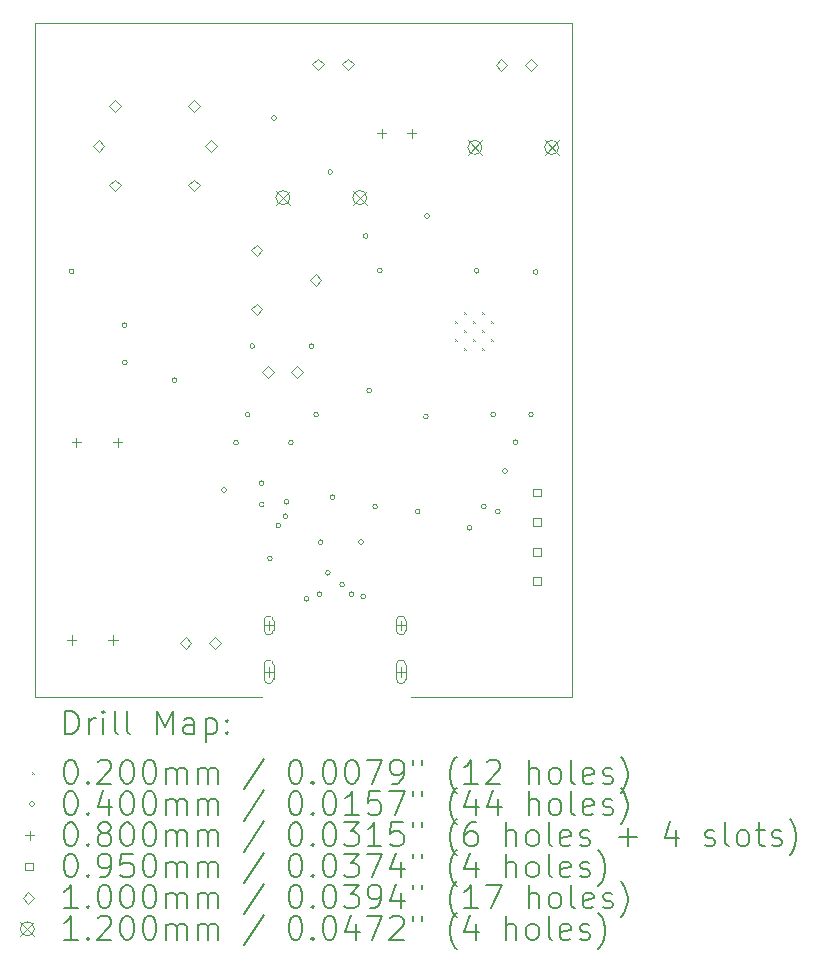
<source format=gbr>
%TF.GenerationSoftware,KiCad,Pcbnew,7.0.9-7.0.9~ubuntu22.04.1*%
%TF.CreationDate,2023-12-02T23:02:14+03:00*%
%TF.ProjectId,air-detector,6169722d-6465-4746-9563-746f722e6b69,rev?*%
%TF.SameCoordinates,Original*%
%TF.FileFunction,Drillmap*%
%TF.FilePolarity,Positive*%
%FSLAX45Y45*%
G04 Gerber Fmt 4.5, Leading zero omitted, Abs format (unit mm)*
G04 Created by KiCad (PCBNEW 7.0.9-7.0.9~ubuntu22.04.1) date 2023-12-02 23:02:14*
%MOMM*%
%LPD*%
G01*
G04 APERTURE LIST*
%ADD10C,0.100000*%
%ADD11C,0.200000*%
%ADD12C,0.120000*%
G04 APERTURE END LIST*
D10*
X6500000Y-3200000D02*
X6500000Y-8900000D01*
X11050000Y-8900000D02*
X11050000Y-3200000D01*
X11050000Y-3200000D02*
X6500000Y-3200000D01*
X6500000Y-8900000D02*
X8420000Y-8900000D01*
X9680000Y-8900000D02*
X11050000Y-8900000D01*
D11*
D10*
X10053500Y-5717750D02*
X10073500Y-5737750D01*
X10073500Y-5717750D02*
X10053500Y-5737750D01*
X10053500Y-5870250D02*
X10073500Y-5890250D01*
X10073500Y-5870250D02*
X10053500Y-5890250D01*
X10129750Y-5641500D02*
X10149750Y-5661500D01*
X10149750Y-5641500D02*
X10129750Y-5661500D01*
X10129750Y-5794000D02*
X10149750Y-5814000D01*
X10149750Y-5794000D02*
X10129750Y-5814000D01*
X10129750Y-5946500D02*
X10149750Y-5966500D01*
X10149750Y-5946500D02*
X10129750Y-5966500D01*
X10206000Y-5717750D02*
X10226000Y-5737750D01*
X10226000Y-5717750D02*
X10206000Y-5737750D01*
X10206000Y-5870250D02*
X10226000Y-5890250D01*
X10226000Y-5870250D02*
X10206000Y-5890250D01*
X10282250Y-5641500D02*
X10302250Y-5661500D01*
X10302250Y-5641500D02*
X10282250Y-5661500D01*
X10282250Y-5794000D02*
X10302250Y-5814000D01*
X10302250Y-5794000D02*
X10282250Y-5814000D01*
X10282250Y-5946500D02*
X10302250Y-5966500D01*
X10302250Y-5946500D02*
X10282250Y-5966500D01*
X10358500Y-5717750D02*
X10378500Y-5737750D01*
X10378500Y-5717750D02*
X10358500Y-5737750D01*
X10358500Y-5870250D02*
X10378500Y-5890250D01*
X10378500Y-5870250D02*
X10358500Y-5890250D01*
X6830000Y-5300000D02*
G75*
G03*
X6830000Y-5300000I-20000J0D01*
G01*
X7279500Y-5755500D02*
G75*
G03*
X7279500Y-5755500I-20000J0D01*
G01*
X7280000Y-6072000D02*
G75*
G03*
X7280000Y-6072000I-20000J0D01*
G01*
X7701250Y-6220000D02*
G75*
G03*
X7701250Y-6220000I-20000J0D01*
G01*
X8120000Y-7150000D02*
G75*
G03*
X8120000Y-7150000I-20000J0D01*
G01*
X8222500Y-6750000D02*
G75*
G03*
X8222500Y-6750000I-20000J0D01*
G01*
X8320000Y-6512000D02*
G75*
G03*
X8320000Y-6512000I-20000J0D01*
G01*
X8360000Y-5932000D02*
G75*
G03*
X8360000Y-5932000I-20000J0D01*
G01*
X8440000Y-7092000D02*
G75*
G03*
X8440000Y-7092000I-20000J0D01*
G01*
X8440000Y-7272000D02*
G75*
G03*
X8440000Y-7272000I-20000J0D01*
G01*
X8510000Y-7730000D02*
G75*
G03*
X8510000Y-7730000I-20000J0D01*
G01*
X8545000Y-4000000D02*
G75*
G03*
X8545000Y-4000000I-20000J0D01*
G01*
X8580790Y-7452525D02*
G75*
G03*
X8580790Y-7452525I-20000J0D01*
G01*
X8640000Y-7372000D02*
G75*
G03*
X8640000Y-7372000I-20000J0D01*
G01*
X8649950Y-7249880D02*
G75*
G03*
X8649950Y-7249880I-20000J0D01*
G01*
X8687500Y-6750000D02*
G75*
G03*
X8687500Y-6750000I-20000J0D01*
G01*
X8820000Y-8072000D02*
G75*
G03*
X8820000Y-8072000I-20000J0D01*
G01*
X8860000Y-5932000D02*
G75*
G03*
X8860000Y-5932000I-20000J0D01*
G01*
X8900000Y-6512000D02*
G75*
G03*
X8900000Y-6512000I-20000J0D01*
G01*
X8930050Y-8032000D02*
G75*
G03*
X8930050Y-8032000I-20000J0D01*
G01*
X8940000Y-7592000D02*
G75*
G03*
X8940000Y-7592000I-20000J0D01*
G01*
X9000000Y-7852000D02*
G75*
G03*
X9000000Y-7852000I-20000J0D01*
G01*
X9020000Y-4458750D02*
G75*
G03*
X9020000Y-4458750I-20000J0D01*
G01*
X9040000Y-7212000D02*
G75*
G03*
X9040000Y-7212000I-20000J0D01*
G01*
X9120000Y-7952000D02*
G75*
G03*
X9120000Y-7952000I-20000J0D01*
G01*
X9200000Y-8032000D02*
G75*
G03*
X9200000Y-8032000I-20000J0D01*
G01*
X9280000Y-7592000D02*
G75*
G03*
X9280000Y-7592000I-20000J0D01*
G01*
X9300000Y-8052000D02*
G75*
G03*
X9300000Y-8052000I-20000J0D01*
G01*
X9320000Y-5000000D02*
G75*
G03*
X9320000Y-5000000I-20000J0D01*
G01*
X9350000Y-6310000D02*
G75*
G03*
X9350000Y-6310000I-20000J0D01*
G01*
X9400000Y-7292050D02*
G75*
G03*
X9400000Y-7292050I-20000J0D01*
G01*
X9440000Y-5292000D02*
G75*
G03*
X9440000Y-5292000I-20000J0D01*
G01*
X9760000Y-7332000D02*
G75*
G03*
X9760000Y-7332000I-20000J0D01*
G01*
X9830000Y-6530000D02*
G75*
G03*
X9830000Y-6530000I-20000J0D01*
G01*
X9840000Y-4832000D02*
G75*
G03*
X9840000Y-4832000I-20000J0D01*
G01*
X10200000Y-7472000D02*
G75*
G03*
X10200000Y-7472000I-20000J0D01*
G01*
X10260000Y-5294500D02*
G75*
G03*
X10260000Y-5294500I-20000J0D01*
G01*
X10320000Y-7292000D02*
G75*
G03*
X10320000Y-7292000I-20000J0D01*
G01*
X10400000Y-6512000D02*
G75*
G03*
X10400000Y-6512000I-20000J0D01*
G01*
X10440000Y-7332000D02*
G75*
G03*
X10440000Y-7332000I-20000J0D01*
G01*
X10500000Y-6990000D02*
G75*
G03*
X10500000Y-6990000I-20000J0D01*
G01*
X10589000Y-6747000D02*
G75*
G03*
X10589000Y-6747000I-20000J0D01*
G01*
X10720000Y-6512000D02*
G75*
G03*
X10720000Y-6512000I-20000J0D01*
G01*
X10760000Y-5304500D02*
G75*
G03*
X10760000Y-5304500I-20000J0D01*
G01*
X6809735Y-8382000D02*
X6809735Y-8462000D01*
X6769735Y-8422000D02*
X6849735Y-8422000D01*
X6850000Y-6707000D02*
X6850000Y-6787000D01*
X6810000Y-6747000D02*
X6890000Y-6747000D01*
X7159735Y-8382000D02*
X7159735Y-8462000D01*
X7119735Y-8422000D02*
X7199735Y-8422000D01*
X7200000Y-6707000D02*
X7200000Y-6787000D01*
X7160000Y-6747000D02*
X7240000Y-6747000D01*
X8480000Y-8257500D02*
X8480000Y-8337500D01*
X8440000Y-8297500D02*
X8520000Y-8297500D01*
X8520000Y-8337500D02*
X8520000Y-8257500D01*
X8520000Y-8257500D02*
G75*
G03*
X8440000Y-8257500I-40000J0D01*
G01*
X8440000Y-8257500D02*
X8440000Y-8337500D01*
X8440000Y-8337500D02*
G75*
G03*
X8520000Y-8337500I40000J0D01*
G01*
X8480000Y-8650000D02*
X8480000Y-8730000D01*
X8440000Y-8690000D02*
X8520000Y-8690000D01*
X8520000Y-8750000D02*
X8520000Y-8630000D01*
X8520000Y-8630000D02*
G75*
G03*
X8440000Y-8630000I-40000J0D01*
G01*
X8440000Y-8630000D02*
X8440000Y-8750000D01*
X8440000Y-8750000D02*
G75*
G03*
X8520000Y-8750000I40000J0D01*
G01*
X9435500Y-4092000D02*
X9435500Y-4172000D01*
X9395500Y-4132000D02*
X9475500Y-4132000D01*
X9600000Y-8257500D02*
X9600000Y-8337500D01*
X9560000Y-8297500D02*
X9640000Y-8297500D01*
X9640000Y-8337500D02*
X9640000Y-8257500D01*
X9640000Y-8257500D02*
G75*
G03*
X9560000Y-8257500I-40000J0D01*
G01*
X9560000Y-8257500D02*
X9560000Y-8337500D01*
X9560000Y-8337500D02*
G75*
G03*
X9640000Y-8337500I40000J0D01*
G01*
X9600000Y-8650000D02*
X9600000Y-8730000D01*
X9560000Y-8690000D02*
X9640000Y-8690000D01*
X9640000Y-8750000D02*
X9640000Y-8630000D01*
X9640000Y-8630000D02*
G75*
G03*
X9560000Y-8630000I-40000J0D01*
G01*
X9560000Y-8630000D02*
X9560000Y-8750000D01*
X9560000Y-8750000D02*
G75*
G03*
X9640000Y-8750000I40000J0D01*
G01*
X9689500Y-4092000D02*
X9689500Y-4172000D01*
X9649500Y-4132000D02*
X9729500Y-4132000D01*
X10786088Y-7205588D02*
X10786088Y-7138412D01*
X10718912Y-7138412D01*
X10718912Y-7205588D01*
X10786088Y-7205588D01*
X10786088Y-7455588D02*
X10786088Y-7388412D01*
X10718912Y-7388412D01*
X10718912Y-7455588D01*
X10786088Y-7455588D01*
X10786088Y-7705588D02*
X10786088Y-7638412D01*
X10718912Y-7638412D01*
X10718912Y-7705588D01*
X10786088Y-7705588D01*
X10786088Y-7955588D02*
X10786088Y-7888412D01*
X10718912Y-7888412D01*
X10718912Y-7955588D01*
X10786088Y-7955588D01*
X7039000Y-4286000D02*
X7089000Y-4236000D01*
X7039000Y-4186000D01*
X6989000Y-4236000D01*
X7039000Y-4286000D01*
X7178000Y-3950000D02*
X7228000Y-3900000D01*
X7178000Y-3850000D01*
X7128000Y-3900000D01*
X7178000Y-3950000D01*
X7178000Y-4622000D02*
X7228000Y-4572000D01*
X7178000Y-4522000D01*
X7128000Y-4572000D01*
X7178000Y-4622000D01*
X7775000Y-8494500D02*
X7825000Y-8444500D01*
X7775000Y-8394500D01*
X7725000Y-8444500D01*
X7775000Y-8494500D01*
X7850000Y-3950000D02*
X7900000Y-3900000D01*
X7850000Y-3850000D01*
X7800000Y-3900000D01*
X7850000Y-3950000D01*
X7850000Y-4622000D02*
X7900000Y-4572000D01*
X7850000Y-4522000D01*
X7800000Y-4572000D01*
X7850000Y-4622000D01*
X7989000Y-4286000D02*
X8039000Y-4236000D01*
X7989000Y-4186000D01*
X7939000Y-4236000D01*
X7989000Y-4286000D01*
X8025000Y-8494500D02*
X8075000Y-8444500D01*
X8025000Y-8394500D01*
X7975000Y-8444500D01*
X8025000Y-8494500D01*
X8376000Y-5172000D02*
X8426000Y-5122000D01*
X8376000Y-5072000D01*
X8326000Y-5122000D01*
X8376000Y-5172000D01*
X8376000Y-5672000D02*
X8426000Y-5622000D01*
X8376000Y-5572000D01*
X8326000Y-5622000D01*
X8376000Y-5672000D01*
X8470000Y-6202000D02*
X8520000Y-6152000D01*
X8470000Y-6102000D01*
X8420000Y-6152000D01*
X8470000Y-6202000D01*
X8720000Y-6202000D02*
X8770000Y-6152000D01*
X8720000Y-6102000D01*
X8670000Y-6152000D01*
X8720000Y-6202000D01*
X8876000Y-5422000D02*
X8926000Y-5372000D01*
X8876000Y-5322000D01*
X8826000Y-5372000D01*
X8876000Y-5422000D01*
X8900000Y-3597500D02*
X8950000Y-3547500D01*
X8900000Y-3497500D01*
X8850000Y-3547500D01*
X8900000Y-3597500D01*
X9150000Y-3597500D02*
X9200000Y-3547500D01*
X9150000Y-3497500D01*
X9100000Y-3547500D01*
X9150000Y-3597500D01*
X10450000Y-3600000D02*
X10500000Y-3550000D01*
X10450000Y-3500000D01*
X10400000Y-3550000D01*
X10450000Y-3600000D01*
X10700000Y-3600000D02*
X10750000Y-3550000D01*
X10700000Y-3500000D01*
X10650000Y-3550000D01*
X10700000Y-3600000D01*
D12*
X8540000Y-4615000D02*
X8660000Y-4735000D01*
X8660000Y-4615000D02*
X8540000Y-4735000D01*
X8660000Y-4675000D02*
G75*
G03*
X8660000Y-4675000I-60000J0D01*
G01*
X9190000Y-4615000D02*
X9310000Y-4735000D01*
X9310000Y-4615000D02*
X9190000Y-4735000D01*
X9310000Y-4675000D02*
G75*
G03*
X9310000Y-4675000I-60000J0D01*
G01*
X10165000Y-4190000D02*
X10285000Y-4310000D01*
X10285000Y-4190000D02*
X10165000Y-4310000D01*
X10285000Y-4250000D02*
G75*
G03*
X10285000Y-4250000I-60000J0D01*
G01*
X10815000Y-4190000D02*
X10935000Y-4310000D01*
X10935000Y-4190000D02*
X10815000Y-4310000D01*
X10935000Y-4250000D02*
G75*
G03*
X10935000Y-4250000I-60000J0D01*
G01*
D11*
X6755777Y-9217484D02*
X6755777Y-9017484D01*
X6755777Y-9017484D02*
X6803396Y-9017484D01*
X6803396Y-9017484D02*
X6831967Y-9027008D01*
X6831967Y-9027008D02*
X6851015Y-9046055D01*
X6851015Y-9046055D02*
X6860539Y-9065103D01*
X6860539Y-9065103D02*
X6870062Y-9103198D01*
X6870062Y-9103198D02*
X6870062Y-9131770D01*
X6870062Y-9131770D02*
X6860539Y-9169865D01*
X6860539Y-9169865D02*
X6851015Y-9188912D01*
X6851015Y-9188912D02*
X6831967Y-9207960D01*
X6831967Y-9207960D02*
X6803396Y-9217484D01*
X6803396Y-9217484D02*
X6755777Y-9217484D01*
X6955777Y-9217484D02*
X6955777Y-9084150D01*
X6955777Y-9122246D02*
X6965301Y-9103198D01*
X6965301Y-9103198D02*
X6974824Y-9093674D01*
X6974824Y-9093674D02*
X6993872Y-9084150D01*
X6993872Y-9084150D02*
X7012920Y-9084150D01*
X7079586Y-9217484D02*
X7079586Y-9084150D01*
X7079586Y-9017484D02*
X7070062Y-9027008D01*
X7070062Y-9027008D02*
X7079586Y-9036531D01*
X7079586Y-9036531D02*
X7089110Y-9027008D01*
X7089110Y-9027008D02*
X7079586Y-9017484D01*
X7079586Y-9017484D02*
X7079586Y-9036531D01*
X7203396Y-9217484D02*
X7184348Y-9207960D01*
X7184348Y-9207960D02*
X7174824Y-9188912D01*
X7174824Y-9188912D02*
X7174824Y-9017484D01*
X7308158Y-9217484D02*
X7289110Y-9207960D01*
X7289110Y-9207960D02*
X7279586Y-9188912D01*
X7279586Y-9188912D02*
X7279586Y-9017484D01*
X7536729Y-9217484D02*
X7536729Y-9017484D01*
X7536729Y-9017484D02*
X7603396Y-9160341D01*
X7603396Y-9160341D02*
X7670062Y-9017484D01*
X7670062Y-9017484D02*
X7670062Y-9217484D01*
X7851015Y-9217484D02*
X7851015Y-9112722D01*
X7851015Y-9112722D02*
X7841491Y-9093674D01*
X7841491Y-9093674D02*
X7822443Y-9084150D01*
X7822443Y-9084150D02*
X7784348Y-9084150D01*
X7784348Y-9084150D02*
X7765301Y-9093674D01*
X7851015Y-9207960D02*
X7831967Y-9217484D01*
X7831967Y-9217484D02*
X7784348Y-9217484D01*
X7784348Y-9217484D02*
X7765301Y-9207960D01*
X7765301Y-9207960D02*
X7755777Y-9188912D01*
X7755777Y-9188912D02*
X7755777Y-9169865D01*
X7755777Y-9169865D02*
X7765301Y-9150817D01*
X7765301Y-9150817D02*
X7784348Y-9141293D01*
X7784348Y-9141293D02*
X7831967Y-9141293D01*
X7831967Y-9141293D02*
X7851015Y-9131770D01*
X7946253Y-9084150D02*
X7946253Y-9284150D01*
X7946253Y-9093674D02*
X7965301Y-9084150D01*
X7965301Y-9084150D02*
X8003396Y-9084150D01*
X8003396Y-9084150D02*
X8022443Y-9093674D01*
X8022443Y-9093674D02*
X8031967Y-9103198D01*
X8031967Y-9103198D02*
X8041491Y-9122246D01*
X8041491Y-9122246D02*
X8041491Y-9179389D01*
X8041491Y-9179389D02*
X8031967Y-9198436D01*
X8031967Y-9198436D02*
X8022443Y-9207960D01*
X8022443Y-9207960D02*
X8003396Y-9217484D01*
X8003396Y-9217484D02*
X7965301Y-9217484D01*
X7965301Y-9217484D02*
X7946253Y-9207960D01*
X8127205Y-9198436D02*
X8136729Y-9207960D01*
X8136729Y-9207960D02*
X8127205Y-9217484D01*
X8127205Y-9217484D02*
X8117682Y-9207960D01*
X8117682Y-9207960D02*
X8127205Y-9198436D01*
X8127205Y-9198436D02*
X8127205Y-9217484D01*
X8127205Y-9093674D02*
X8136729Y-9103198D01*
X8136729Y-9103198D02*
X8127205Y-9112722D01*
X8127205Y-9112722D02*
X8117682Y-9103198D01*
X8117682Y-9103198D02*
X8127205Y-9093674D01*
X8127205Y-9093674D02*
X8127205Y-9112722D01*
D10*
X6475000Y-9536000D02*
X6495000Y-9556000D01*
X6495000Y-9536000D02*
X6475000Y-9556000D01*
D11*
X6793872Y-9437484D02*
X6812920Y-9437484D01*
X6812920Y-9437484D02*
X6831967Y-9447008D01*
X6831967Y-9447008D02*
X6841491Y-9456531D01*
X6841491Y-9456531D02*
X6851015Y-9475579D01*
X6851015Y-9475579D02*
X6860539Y-9513674D01*
X6860539Y-9513674D02*
X6860539Y-9561293D01*
X6860539Y-9561293D02*
X6851015Y-9599389D01*
X6851015Y-9599389D02*
X6841491Y-9618436D01*
X6841491Y-9618436D02*
X6831967Y-9627960D01*
X6831967Y-9627960D02*
X6812920Y-9637484D01*
X6812920Y-9637484D02*
X6793872Y-9637484D01*
X6793872Y-9637484D02*
X6774824Y-9627960D01*
X6774824Y-9627960D02*
X6765301Y-9618436D01*
X6765301Y-9618436D02*
X6755777Y-9599389D01*
X6755777Y-9599389D02*
X6746253Y-9561293D01*
X6746253Y-9561293D02*
X6746253Y-9513674D01*
X6746253Y-9513674D02*
X6755777Y-9475579D01*
X6755777Y-9475579D02*
X6765301Y-9456531D01*
X6765301Y-9456531D02*
X6774824Y-9447008D01*
X6774824Y-9447008D02*
X6793872Y-9437484D01*
X6946253Y-9618436D02*
X6955777Y-9627960D01*
X6955777Y-9627960D02*
X6946253Y-9637484D01*
X6946253Y-9637484D02*
X6936729Y-9627960D01*
X6936729Y-9627960D02*
X6946253Y-9618436D01*
X6946253Y-9618436D02*
X6946253Y-9637484D01*
X7031967Y-9456531D02*
X7041491Y-9447008D01*
X7041491Y-9447008D02*
X7060539Y-9437484D01*
X7060539Y-9437484D02*
X7108158Y-9437484D01*
X7108158Y-9437484D02*
X7127205Y-9447008D01*
X7127205Y-9447008D02*
X7136729Y-9456531D01*
X7136729Y-9456531D02*
X7146253Y-9475579D01*
X7146253Y-9475579D02*
X7146253Y-9494627D01*
X7146253Y-9494627D02*
X7136729Y-9523198D01*
X7136729Y-9523198D02*
X7022443Y-9637484D01*
X7022443Y-9637484D02*
X7146253Y-9637484D01*
X7270062Y-9437484D02*
X7289110Y-9437484D01*
X7289110Y-9437484D02*
X7308158Y-9447008D01*
X7308158Y-9447008D02*
X7317682Y-9456531D01*
X7317682Y-9456531D02*
X7327205Y-9475579D01*
X7327205Y-9475579D02*
X7336729Y-9513674D01*
X7336729Y-9513674D02*
X7336729Y-9561293D01*
X7336729Y-9561293D02*
X7327205Y-9599389D01*
X7327205Y-9599389D02*
X7317682Y-9618436D01*
X7317682Y-9618436D02*
X7308158Y-9627960D01*
X7308158Y-9627960D02*
X7289110Y-9637484D01*
X7289110Y-9637484D02*
X7270062Y-9637484D01*
X7270062Y-9637484D02*
X7251015Y-9627960D01*
X7251015Y-9627960D02*
X7241491Y-9618436D01*
X7241491Y-9618436D02*
X7231967Y-9599389D01*
X7231967Y-9599389D02*
X7222443Y-9561293D01*
X7222443Y-9561293D02*
X7222443Y-9513674D01*
X7222443Y-9513674D02*
X7231967Y-9475579D01*
X7231967Y-9475579D02*
X7241491Y-9456531D01*
X7241491Y-9456531D02*
X7251015Y-9447008D01*
X7251015Y-9447008D02*
X7270062Y-9437484D01*
X7460539Y-9437484D02*
X7479586Y-9437484D01*
X7479586Y-9437484D02*
X7498634Y-9447008D01*
X7498634Y-9447008D02*
X7508158Y-9456531D01*
X7508158Y-9456531D02*
X7517682Y-9475579D01*
X7517682Y-9475579D02*
X7527205Y-9513674D01*
X7527205Y-9513674D02*
X7527205Y-9561293D01*
X7527205Y-9561293D02*
X7517682Y-9599389D01*
X7517682Y-9599389D02*
X7508158Y-9618436D01*
X7508158Y-9618436D02*
X7498634Y-9627960D01*
X7498634Y-9627960D02*
X7479586Y-9637484D01*
X7479586Y-9637484D02*
X7460539Y-9637484D01*
X7460539Y-9637484D02*
X7441491Y-9627960D01*
X7441491Y-9627960D02*
X7431967Y-9618436D01*
X7431967Y-9618436D02*
X7422443Y-9599389D01*
X7422443Y-9599389D02*
X7412920Y-9561293D01*
X7412920Y-9561293D02*
X7412920Y-9513674D01*
X7412920Y-9513674D02*
X7422443Y-9475579D01*
X7422443Y-9475579D02*
X7431967Y-9456531D01*
X7431967Y-9456531D02*
X7441491Y-9447008D01*
X7441491Y-9447008D02*
X7460539Y-9437484D01*
X7612920Y-9637484D02*
X7612920Y-9504150D01*
X7612920Y-9523198D02*
X7622443Y-9513674D01*
X7622443Y-9513674D02*
X7641491Y-9504150D01*
X7641491Y-9504150D02*
X7670063Y-9504150D01*
X7670063Y-9504150D02*
X7689110Y-9513674D01*
X7689110Y-9513674D02*
X7698634Y-9532722D01*
X7698634Y-9532722D02*
X7698634Y-9637484D01*
X7698634Y-9532722D02*
X7708158Y-9513674D01*
X7708158Y-9513674D02*
X7727205Y-9504150D01*
X7727205Y-9504150D02*
X7755777Y-9504150D01*
X7755777Y-9504150D02*
X7774824Y-9513674D01*
X7774824Y-9513674D02*
X7784348Y-9532722D01*
X7784348Y-9532722D02*
X7784348Y-9637484D01*
X7879586Y-9637484D02*
X7879586Y-9504150D01*
X7879586Y-9523198D02*
X7889110Y-9513674D01*
X7889110Y-9513674D02*
X7908158Y-9504150D01*
X7908158Y-9504150D02*
X7936729Y-9504150D01*
X7936729Y-9504150D02*
X7955777Y-9513674D01*
X7955777Y-9513674D02*
X7965301Y-9532722D01*
X7965301Y-9532722D02*
X7965301Y-9637484D01*
X7965301Y-9532722D02*
X7974824Y-9513674D01*
X7974824Y-9513674D02*
X7993872Y-9504150D01*
X7993872Y-9504150D02*
X8022443Y-9504150D01*
X8022443Y-9504150D02*
X8041491Y-9513674D01*
X8041491Y-9513674D02*
X8051015Y-9532722D01*
X8051015Y-9532722D02*
X8051015Y-9637484D01*
X8441491Y-9427960D02*
X8270063Y-9685103D01*
X8698634Y-9437484D02*
X8717682Y-9437484D01*
X8717682Y-9437484D02*
X8736729Y-9447008D01*
X8736729Y-9447008D02*
X8746253Y-9456531D01*
X8746253Y-9456531D02*
X8755777Y-9475579D01*
X8755777Y-9475579D02*
X8765301Y-9513674D01*
X8765301Y-9513674D02*
X8765301Y-9561293D01*
X8765301Y-9561293D02*
X8755777Y-9599389D01*
X8755777Y-9599389D02*
X8746253Y-9618436D01*
X8746253Y-9618436D02*
X8736729Y-9627960D01*
X8736729Y-9627960D02*
X8717682Y-9637484D01*
X8717682Y-9637484D02*
X8698634Y-9637484D01*
X8698634Y-9637484D02*
X8679587Y-9627960D01*
X8679587Y-9627960D02*
X8670063Y-9618436D01*
X8670063Y-9618436D02*
X8660539Y-9599389D01*
X8660539Y-9599389D02*
X8651015Y-9561293D01*
X8651015Y-9561293D02*
X8651015Y-9513674D01*
X8651015Y-9513674D02*
X8660539Y-9475579D01*
X8660539Y-9475579D02*
X8670063Y-9456531D01*
X8670063Y-9456531D02*
X8679587Y-9447008D01*
X8679587Y-9447008D02*
X8698634Y-9437484D01*
X8851015Y-9618436D02*
X8860539Y-9627960D01*
X8860539Y-9627960D02*
X8851015Y-9637484D01*
X8851015Y-9637484D02*
X8841491Y-9627960D01*
X8841491Y-9627960D02*
X8851015Y-9618436D01*
X8851015Y-9618436D02*
X8851015Y-9637484D01*
X8984348Y-9437484D02*
X9003396Y-9437484D01*
X9003396Y-9437484D02*
X9022444Y-9447008D01*
X9022444Y-9447008D02*
X9031968Y-9456531D01*
X9031968Y-9456531D02*
X9041491Y-9475579D01*
X9041491Y-9475579D02*
X9051015Y-9513674D01*
X9051015Y-9513674D02*
X9051015Y-9561293D01*
X9051015Y-9561293D02*
X9041491Y-9599389D01*
X9041491Y-9599389D02*
X9031968Y-9618436D01*
X9031968Y-9618436D02*
X9022444Y-9627960D01*
X9022444Y-9627960D02*
X9003396Y-9637484D01*
X9003396Y-9637484D02*
X8984348Y-9637484D01*
X8984348Y-9637484D02*
X8965301Y-9627960D01*
X8965301Y-9627960D02*
X8955777Y-9618436D01*
X8955777Y-9618436D02*
X8946253Y-9599389D01*
X8946253Y-9599389D02*
X8936729Y-9561293D01*
X8936729Y-9561293D02*
X8936729Y-9513674D01*
X8936729Y-9513674D02*
X8946253Y-9475579D01*
X8946253Y-9475579D02*
X8955777Y-9456531D01*
X8955777Y-9456531D02*
X8965301Y-9447008D01*
X8965301Y-9447008D02*
X8984348Y-9437484D01*
X9174825Y-9437484D02*
X9193872Y-9437484D01*
X9193872Y-9437484D02*
X9212920Y-9447008D01*
X9212920Y-9447008D02*
X9222444Y-9456531D01*
X9222444Y-9456531D02*
X9231968Y-9475579D01*
X9231968Y-9475579D02*
X9241491Y-9513674D01*
X9241491Y-9513674D02*
X9241491Y-9561293D01*
X9241491Y-9561293D02*
X9231968Y-9599389D01*
X9231968Y-9599389D02*
X9222444Y-9618436D01*
X9222444Y-9618436D02*
X9212920Y-9627960D01*
X9212920Y-9627960D02*
X9193872Y-9637484D01*
X9193872Y-9637484D02*
X9174825Y-9637484D01*
X9174825Y-9637484D02*
X9155777Y-9627960D01*
X9155777Y-9627960D02*
X9146253Y-9618436D01*
X9146253Y-9618436D02*
X9136729Y-9599389D01*
X9136729Y-9599389D02*
X9127206Y-9561293D01*
X9127206Y-9561293D02*
X9127206Y-9513674D01*
X9127206Y-9513674D02*
X9136729Y-9475579D01*
X9136729Y-9475579D02*
X9146253Y-9456531D01*
X9146253Y-9456531D02*
X9155777Y-9447008D01*
X9155777Y-9447008D02*
X9174825Y-9437484D01*
X9308158Y-9437484D02*
X9441491Y-9437484D01*
X9441491Y-9437484D02*
X9355777Y-9637484D01*
X9527206Y-9637484D02*
X9565301Y-9637484D01*
X9565301Y-9637484D02*
X9584349Y-9627960D01*
X9584349Y-9627960D02*
X9593872Y-9618436D01*
X9593872Y-9618436D02*
X9612920Y-9589865D01*
X9612920Y-9589865D02*
X9622444Y-9551770D01*
X9622444Y-9551770D02*
X9622444Y-9475579D01*
X9622444Y-9475579D02*
X9612920Y-9456531D01*
X9612920Y-9456531D02*
X9603396Y-9447008D01*
X9603396Y-9447008D02*
X9584349Y-9437484D01*
X9584349Y-9437484D02*
X9546253Y-9437484D01*
X9546253Y-9437484D02*
X9527206Y-9447008D01*
X9527206Y-9447008D02*
X9517682Y-9456531D01*
X9517682Y-9456531D02*
X9508158Y-9475579D01*
X9508158Y-9475579D02*
X9508158Y-9523198D01*
X9508158Y-9523198D02*
X9517682Y-9542246D01*
X9517682Y-9542246D02*
X9527206Y-9551770D01*
X9527206Y-9551770D02*
X9546253Y-9561293D01*
X9546253Y-9561293D02*
X9584349Y-9561293D01*
X9584349Y-9561293D02*
X9603396Y-9551770D01*
X9603396Y-9551770D02*
X9612920Y-9542246D01*
X9612920Y-9542246D02*
X9622444Y-9523198D01*
X9698634Y-9437484D02*
X9698634Y-9475579D01*
X9774825Y-9437484D02*
X9774825Y-9475579D01*
X10070063Y-9713674D02*
X10060539Y-9704150D01*
X10060539Y-9704150D02*
X10041491Y-9675579D01*
X10041491Y-9675579D02*
X10031968Y-9656531D01*
X10031968Y-9656531D02*
X10022444Y-9627960D01*
X10022444Y-9627960D02*
X10012920Y-9580341D01*
X10012920Y-9580341D02*
X10012920Y-9542246D01*
X10012920Y-9542246D02*
X10022444Y-9494627D01*
X10022444Y-9494627D02*
X10031968Y-9466055D01*
X10031968Y-9466055D02*
X10041491Y-9447008D01*
X10041491Y-9447008D02*
X10060539Y-9418436D01*
X10060539Y-9418436D02*
X10070063Y-9408912D01*
X10251015Y-9637484D02*
X10136730Y-9637484D01*
X10193872Y-9637484D02*
X10193872Y-9437484D01*
X10193872Y-9437484D02*
X10174825Y-9466055D01*
X10174825Y-9466055D02*
X10155777Y-9485103D01*
X10155777Y-9485103D02*
X10136730Y-9494627D01*
X10327206Y-9456531D02*
X10336730Y-9447008D01*
X10336730Y-9447008D02*
X10355777Y-9437484D01*
X10355777Y-9437484D02*
X10403396Y-9437484D01*
X10403396Y-9437484D02*
X10422444Y-9447008D01*
X10422444Y-9447008D02*
X10431968Y-9456531D01*
X10431968Y-9456531D02*
X10441491Y-9475579D01*
X10441491Y-9475579D02*
X10441491Y-9494627D01*
X10441491Y-9494627D02*
X10431968Y-9523198D01*
X10431968Y-9523198D02*
X10317682Y-9637484D01*
X10317682Y-9637484D02*
X10441491Y-9637484D01*
X10679587Y-9637484D02*
X10679587Y-9437484D01*
X10765301Y-9637484D02*
X10765301Y-9532722D01*
X10765301Y-9532722D02*
X10755777Y-9513674D01*
X10755777Y-9513674D02*
X10736730Y-9504150D01*
X10736730Y-9504150D02*
X10708158Y-9504150D01*
X10708158Y-9504150D02*
X10689111Y-9513674D01*
X10689111Y-9513674D02*
X10679587Y-9523198D01*
X10889111Y-9637484D02*
X10870063Y-9627960D01*
X10870063Y-9627960D02*
X10860539Y-9618436D01*
X10860539Y-9618436D02*
X10851015Y-9599389D01*
X10851015Y-9599389D02*
X10851015Y-9542246D01*
X10851015Y-9542246D02*
X10860539Y-9523198D01*
X10860539Y-9523198D02*
X10870063Y-9513674D01*
X10870063Y-9513674D02*
X10889111Y-9504150D01*
X10889111Y-9504150D02*
X10917682Y-9504150D01*
X10917682Y-9504150D02*
X10936730Y-9513674D01*
X10936730Y-9513674D02*
X10946253Y-9523198D01*
X10946253Y-9523198D02*
X10955777Y-9542246D01*
X10955777Y-9542246D02*
X10955777Y-9599389D01*
X10955777Y-9599389D02*
X10946253Y-9618436D01*
X10946253Y-9618436D02*
X10936730Y-9627960D01*
X10936730Y-9627960D02*
X10917682Y-9637484D01*
X10917682Y-9637484D02*
X10889111Y-9637484D01*
X11070063Y-9637484D02*
X11051015Y-9627960D01*
X11051015Y-9627960D02*
X11041492Y-9608912D01*
X11041492Y-9608912D02*
X11041492Y-9437484D01*
X11222444Y-9627960D02*
X11203396Y-9637484D01*
X11203396Y-9637484D02*
X11165301Y-9637484D01*
X11165301Y-9637484D02*
X11146253Y-9627960D01*
X11146253Y-9627960D02*
X11136730Y-9608912D01*
X11136730Y-9608912D02*
X11136730Y-9532722D01*
X11136730Y-9532722D02*
X11146253Y-9513674D01*
X11146253Y-9513674D02*
X11165301Y-9504150D01*
X11165301Y-9504150D02*
X11203396Y-9504150D01*
X11203396Y-9504150D02*
X11222444Y-9513674D01*
X11222444Y-9513674D02*
X11231968Y-9532722D01*
X11231968Y-9532722D02*
X11231968Y-9551770D01*
X11231968Y-9551770D02*
X11136730Y-9570817D01*
X11308158Y-9627960D02*
X11327206Y-9637484D01*
X11327206Y-9637484D02*
X11365301Y-9637484D01*
X11365301Y-9637484D02*
X11384349Y-9627960D01*
X11384349Y-9627960D02*
X11393872Y-9608912D01*
X11393872Y-9608912D02*
X11393872Y-9599389D01*
X11393872Y-9599389D02*
X11384349Y-9580341D01*
X11384349Y-9580341D02*
X11365301Y-9570817D01*
X11365301Y-9570817D02*
X11336730Y-9570817D01*
X11336730Y-9570817D02*
X11317682Y-9561293D01*
X11317682Y-9561293D02*
X11308158Y-9542246D01*
X11308158Y-9542246D02*
X11308158Y-9532722D01*
X11308158Y-9532722D02*
X11317682Y-9513674D01*
X11317682Y-9513674D02*
X11336730Y-9504150D01*
X11336730Y-9504150D02*
X11365301Y-9504150D01*
X11365301Y-9504150D02*
X11384349Y-9513674D01*
X11460539Y-9713674D02*
X11470063Y-9704150D01*
X11470063Y-9704150D02*
X11489111Y-9675579D01*
X11489111Y-9675579D02*
X11498634Y-9656531D01*
X11498634Y-9656531D02*
X11508158Y-9627960D01*
X11508158Y-9627960D02*
X11517682Y-9580341D01*
X11517682Y-9580341D02*
X11517682Y-9542246D01*
X11517682Y-9542246D02*
X11508158Y-9494627D01*
X11508158Y-9494627D02*
X11498634Y-9466055D01*
X11498634Y-9466055D02*
X11489111Y-9447008D01*
X11489111Y-9447008D02*
X11470063Y-9418436D01*
X11470063Y-9418436D02*
X11460539Y-9408912D01*
D10*
X6495000Y-9810000D02*
G75*
G03*
X6495000Y-9810000I-20000J0D01*
G01*
D11*
X6793872Y-9701484D02*
X6812920Y-9701484D01*
X6812920Y-9701484D02*
X6831967Y-9711008D01*
X6831967Y-9711008D02*
X6841491Y-9720531D01*
X6841491Y-9720531D02*
X6851015Y-9739579D01*
X6851015Y-9739579D02*
X6860539Y-9777674D01*
X6860539Y-9777674D02*
X6860539Y-9825293D01*
X6860539Y-9825293D02*
X6851015Y-9863389D01*
X6851015Y-9863389D02*
X6841491Y-9882436D01*
X6841491Y-9882436D02*
X6831967Y-9891960D01*
X6831967Y-9891960D02*
X6812920Y-9901484D01*
X6812920Y-9901484D02*
X6793872Y-9901484D01*
X6793872Y-9901484D02*
X6774824Y-9891960D01*
X6774824Y-9891960D02*
X6765301Y-9882436D01*
X6765301Y-9882436D02*
X6755777Y-9863389D01*
X6755777Y-9863389D02*
X6746253Y-9825293D01*
X6746253Y-9825293D02*
X6746253Y-9777674D01*
X6746253Y-9777674D02*
X6755777Y-9739579D01*
X6755777Y-9739579D02*
X6765301Y-9720531D01*
X6765301Y-9720531D02*
X6774824Y-9711008D01*
X6774824Y-9711008D02*
X6793872Y-9701484D01*
X6946253Y-9882436D02*
X6955777Y-9891960D01*
X6955777Y-9891960D02*
X6946253Y-9901484D01*
X6946253Y-9901484D02*
X6936729Y-9891960D01*
X6936729Y-9891960D02*
X6946253Y-9882436D01*
X6946253Y-9882436D02*
X6946253Y-9901484D01*
X7127205Y-9768150D02*
X7127205Y-9901484D01*
X7079586Y-9691960D02*
X7031967Y-9834817D01*
X7031967Y-9834817D02*
X7155777Y-9834817D01*
X7270062Y-9701484D02*
X7289110Y-9701484D01*
X7289110Y-9701484D02*
X7308158Y-9711008D01*
X7308158Y-9711008D02*
X7317682Y-9720531D01*
X7317682Y-9720531D02*
X7327205Y-9739579D01*
X7327205Y-9739579D02*
X7336729Y-9777674D01*
X7336729Y-9777674D02*
X7336729Y-9825293D01*
X7336729Y-9825293D02*
X7327205Y-9863389D01*
X7327205Y-9863389D02*
X7317682Y-9882436D01*
X7317682Y-9882436D02*
X7308158Y-9891960D01*
X7308158Y-9891960D02*
X7289110Y-9901484D01*
X7289110Y-9901484D02*
X7270062Y-9901484D01*
X7270062Y-9901484D02*
X7251015Y-9891960D01*
X7251015Y-9891960D02*
X7241491Y-9882436D01*
X7241491Y-9882436D02*
X7231967Y-9863389D01*
X7231967Y-9863389D02*
X7222443Y-9825293D01*
X7222443Y-9825293D02*
X7222443Y-9777674D01*
X7222443Y-9777674D02*
X7231967Y-9739579D01*
X7231967Y-9739579D02*
X7241491Y-9720531D01*
X7241491Y-9720531D02*
X7251015Y-9711008D01*
X7251015Y-9711008D02*
X7270062Y-9701484D01*
X7460539Y-9701484D02*
X7479586Y-9701484D01*
X7479586Y-9701484D02*
X7498634Y-9711008D01*
X7498634Y-9711008D02*
X7508158Y-9720531D01*
X7508158Y-9720531D02*
X7517682Y-9739579D01*
X7517682Y-9739579D02*
X7527205Y-9777674D01*
X7527205Y-9777674D02*
X7527205Y-9825293D01*
X7527205Y-9825293D02*
X7517682Y-9863389D01*
X7517682Y-9863389D02*
X7508158Y-9882436D01*
X7508158Y-9882436D02*
X7498634Y-9891960D01*
X7498634Y-9891960D02*
X7479586Y-9901484D01*
X7479586Y-9901484D02*
X7460539Y-9901484D01*
X7460539Y-9901484D02*
X7441491Y-9891960D01*
X7441491Y-9891960D02*
X7431967Y-9882436D01*
X7431967Y-9882436D02*
X7422443Y-9863389D01*
X7422443Y-9863389D02*
X7412920Y-9825293D01*
X7412920Y-9825293D02*
X7412920Y-9777674D01*
X7412920Y-9777674D02*
X7422443Y-9739579D01*
X7422443Y-9739579D02*
X7431967Y-9720531D01*
X7431967Y-9720531D02*
X7441491Y-9711008D01*
X7441491Y-9711008D02*
X7460539Y-9701484D01*
X7612920Y-9901484D02*
X7612920Y-9768150D01*
X7612920Y-9787198D02*
X7622443Y-9777674D01*
X7622443Y-9777674D02*
X7641491Y-9768150D01*
X7641491Y-9768150D02*
X7670063Y-9768150D01*
X7670063Y-9768150D02*
X7689110Y-9777674D01*
X7689110Y-9777674D02*
X7698634Y-9796722D01*
X7698634Y-9796722D02*
X7698634Y-9901484D01*
X7698634Y-9796722D02*
X7708158Y-9777674D01*
X7708158Y-9777674D02*
X7727205Y-9768150D01*
X7727205Y-9768150D02*
X7755777Y-9768150D01*
X7755777Y-9768150D02*
X7774824Y-9777674D01*
X7774824Y-9777674D02*
X7784348Y-9796722D01*
X7784348Y-9796722D02*
X7784348Y-9901484D01*
X7879586Y-9901484D02*
X7879586Y-9768150D01*
X7879586Y-9787198D02*
X7889110Y-9777674D01*
X7889110Y-9777674D02*
X7908158Y-9768150D01*
X7908158Y-9768150D02*
X7936729Y-9768150D01*
X7936729Y-9768150D02*
X7955777Y-9777674D01*
X7955777Y-9777674D02*
X7965301Y-9796722D01*
X7965301Y-9796722D02*
X7965301Y-9901484D01*
X7965301Y-9796722D02*
X7974824Y-9777674D01*
X7974824Y-9777674D02*
X7993872Y-9768150D01*
X7993872Y-9768150D02*
X8022443Y-9768150D01*
X8022443Y-9768150D02*
X8041491Y-9777674D01*
X8041491Y-9777674D02*
X8051015Y-9796722D01*
X8051015Y-9796722D02*
X8051015Y-9901484D01*
X8441491Y-9691960D02*
X8270063Y-9949103D01*
X8698634Y-9701484D02*
X8717682Y-9701484D01*
X8717682Y-9701484D02*
X8736729Y-9711008D01*
X8736729Y-9711008D02*
X8746253Y-9720531D01*
X8746253Y-9720531D02*
X8755777Y-9739579D01*
X8755777Y-9739579D02*
X8765301Y-9777674D01*
X8765301Y-9777674D02*
X8765301Y-9825293D01*
X8765301Y-9825293D02*
X8755777Y-9863389D01*
X8755777Y-9863389D02*
X8746253Y-9882436D01*
X8746253Y-9882436D02*
X8736729Y-9891960D01*
X8736729Y-9891960D02*
X8717682Y-9901484D01*
X8717682Y-9901484D02*
X8698634Y-9901484D01*
X8698634Y-9901484D02*
X8679587Y-9891960D01*
X8679587Y-9891960D02*
X8670063Y-9882436D01*
X8670063Y-9882436D02*
X8660539Y-9863389D01*
X8660539Y-9863389D02*
X8651015Y-9825293D01*
X8651015Y-9825293D02*
X8651015Y-9777674D01*
X8651015Y-9777674D02*
X8660539Y-9739579D01*
X8660539Y-9739579D02*
X8670063Y-9720531D01*
X8670063Y-9720531D02*
X8679587Y-9711008D01*
X8679587Y-9711008D02*
X8698634Y-9701484D01*
X8851015Y-9882436D02*
X8860539Y-9891960D01*
X8860539Y-9891960D02*
X8851015Y-9901484D01*
X8851015Y-9901484D02*
X8841491Y-9891960D01*
X8841491Y-9891960D02*
X8851015Y-9882436D01*
X8851015Y-9882436D02*
X8851015Y-9901484D01*
X8984348Y-9701484D02*
X9003396Y-9701484D01*
X9003396Y-9701484D02*
X9022444Y-9711008D01*
X9022444Y-9711008D02*
X9031968Y-9720531D01*
X9031968Y-9720531D02*
X9041491Y-9739579D01*
X9041491Y-9739579D02*
X9051015Y-9777674D01*
X9051015Y-9777674D02*
X9051015Y-9825293D01*
X9051015Y-9825293D02*
X9041491Y-9863389D01*
X9041491Y-9863389D02*
X9031968Y-9882436D01*
X9031968Y-9882436D02*
X9022444Y-9891960D01*
X9022444Y-9891960D02*
X9003396Y-9901484D01*
X9003396Y-9901484D02*
X8984348Y-9901484D01*
X8984348Y-9901484D02*
X8965301Y-9891960D01*
X8965301Y-9891960D02*
X8955777Y-9882436D01*
X8955777Y-9882436D02*
X8946253Y-9863389D01*
X8946253Y-9863389D02*
X8936729Y-9825293D01*
X8936729Y-9825293D02*
X8936729Y-9777674D01*
X8936729Y-9777674D02*
X8946253Y-9739579D01*
X8946253Y-9739579D02*
X8955777Y-9720531D01*
X8955777Y-9720531D02*
X8965301Y-9711008D01*
X8965301Y-9711008D02*
X8984348Y-9701484D01*
X9241491Y-9901484D02*
X9127206Y-9901484D01*
X9184348Y-9901484D02*
X9184348Y-9701484D01*
X9184348Y-9701484D02*
X9165301Y-9730055D01*
X9165301Y-9730055D02*
X9146253Y-9749103D01*
X9146253Y-9749103D02*
X9127206Y-9758627D01*
X9422444Y-9701484D02*
X9327206Y-9701484D01*
X9327206Y-9701484D02*
X9317682Y-9796722D01*
X9317682Y-9796722D02*
X9327206Y-9787198D01*
X9327206Y-9787198D02*
X9346253Y-9777674D01*
X9346253Y-9777674D02*
X9393872Y-9777674D01*
X9393872Y-9777674D02*
X9412920Y-9787198D01*
X9412920Y-9787198D02*
X9422444Y-9796722D01*
X9422444Y-9796722D02*
X9431968Y-9815770D01*
X9431968Y-9815770D02*
X9431968Y-9863389D01*
X9431968Y-9863389D02*
X9422444Y-9882436D01*
X9422444Y-9882436D02*
X9412920Y-9891960D01*
X9412920Y-9891960D02*
X9393872Y-9901484D01*
X9393872Y-9901484D02*
X9346253Y-9901484D01*
X9346253Y-9901484D02*
X9327206Y-9891960D01*
X9327206Y-9891960D02*
X9317682Y-9882436D01*
X9498634Y-9701484D02*
X9631968Y-9701484D01*
X9631968Y-9701484D02*
X9546253Y-9901484D01*
X9698634Y-9701484D02*
X9698634Y-9739579D01*
X9774825Y-9701484D02*
X9774825Y-9739579D01*
X10070063Y-9977674D02*
X10060539Y-9968150D01*
X10060539Y-9968150D02*
X10041491Y-9939579D01*
X10041491Y-9939579D02*
X10031968Y-9920531D01*
X10031968Y-9920531D02*
X10022444Y-9891960D01*
X10022444Y-9891960D02*
X10012920Y-9844341D01*
X10012920Y-9844341D02*
X10012920Y-9806246D01*
X10012920Y-9806246D02*
X10022444Y-9758627D01*
X10022444Y-9758627D02*
X10031968Y-9730055D01*
X10031968Y-9730055D02*
X10041491Y-9711008D01*
X10041491Y-9711008D02*
X10060539Y-9682436D01*
X10060539Y-9682436D02*
X10070063Y-9672912D01*
X10231968Y-9768150D02*
X10231968Y-9901484D01*
X10184349Y-9691960D02*
X10136730Y-9834817D01*
X10136730Y-9834817D02*
X10260539Y-9834817D01*
X10422444Y-9768150D02*
X10422444Y-9901484D01*
X10374825Y-9691960D02*
X10327206Y-9834817D01*
X10327206Y-9834817D02*
X10451015Y-9834817D01*
X10679587Y-9901484D02*
X10679587Y-9701484D01*
X10765301Y-9901484D02*
X10765301Y-9796722D01*
X10765301Y-9796722D02*
X10755777Y-9777674D01*
X10755777Y-9777674D02*
X10736730Y-9768150D01*
X10736730Y-9768150D02*
X10708158Y-9768150D01*
X10708158Y-9768150D02*
X10689111Y-9777674D01*
X10689111Y-9777674D02*
X10679587Y-9787198D01*
X10889111Y-9901484D02*
X10870063Y-9891960D01*
X10870063Y-9891960D02*
X10860539Y-9882436D01*
X10860539Y-9882436D02*
X10851015Y-9863389D01*
X10851015Y-9863389D02*
X10851015Y-9806246D01*
X10851015Y-9806246D02*
X10860539Y-9787198D01*
X10860539Y-9787198D02*
X10870063Y-9777674D01*
X10870063Y-9777674D02*
X10889111Y-9768150D01*
X10889111Y-9768150D02*
X10917682Y-9768150D01*
X10917682Y-9768150D02*
X10936730Y-9777674D01*
X10936730Y-9777674D02*
X10946253Y-9787198D01*
X10946253Y-9787198D02*
X10955777Y-9806246D01*
X10955777Y-9806246D02*
X10955777Y-9863389D01*
X10955777Y-9863389D02*
X10946253Y-9882436D01*
X10946253Y-9882436D02*
X10936730Y-9891960D01*
X10936730Y-9891960D02*
X10917682Y-9901484D01*
X10917682Y-9901484D02*
X10889111Y-9901484D01*
X11070063Y-9901484D02*
X11051015Y-9891960D01*
X11051015Y-9891960D02*
X11041492Y-9872912D01*
X11041492Y-9872912D02*
X11041492Y-9701484D01*
X11222444Y-9891960D02*
X11203396Y-9901484D01*
X11203396Y-9901484D02*
X11165301Y-9901484D01*
X11165301Y-9901484D02*
X11146253Y-9891960D01*
X11146253Y-9891960D02*
X11136730Y-9872912D01*
X11136730Y-9872912D02*
X11136730Y-9796722D01*
X11136730Y-9796722D02*
X11146253Y-9777674D01*
X11146253Y-9777674D02*
X11165301Y-9768150D01*
X11165301Y-9768150D02*
X11203396Y-9768150D01*
X11203396Y-9768150D02*
X11222444Y-9777674D01*
X11222444Y-9777674D02*
X11231968Y-9796722D01*
X11231968Y-9796722D02*
X11231968Y-9815770D01*
X11231968Y-9815770D02*
X11136730Y-9834817D01*
X11308158Y-9891960D02*
X11327206Y-9901484D01*
X11327206Y-9901484D02*
X11365301Y-9901484D01*
X11365301Y-9901484D02*
X11384349Y-9891960D01*
X11384349Y-9891960D02*
X11393872Y-9872912D01*
X11393872Y-9872912D02*
X11393872Y-9863389D01*
X11393872Y-9863389D02*
X11384349Y-9844341D01*
X11384349Y-9844341D02*
X11365301Y-9834817D01*
X11365301Y-9834817D02*
X11336730Y-9834817D01*
X11336730Y-9834817D02*
X11317682Y-9825293D01*
X11317682Y-9825293D02*
X11308158Y-9806246D01*
X11308158Y-9806246D02*
X11308158Y-9796722D01*
X11308158Y-9796722D02*
X11317682Y-9777674D01*
X11317682Y-9777674D02*
X11336730Y-9768150D01*
X11336730Y-9768150D02*
X11365301Y-9768150D01*
X11365301Y-9768150D02*
X11384349Y-9777674D01*
X11460539Y-9977674D02*
X11470063Y-9968150D01*
X11470063Y-9968150D02*
X11489111Y-9939579D01*
X11489111Y-9939579D02*
X11498634Y-9920531D01*
X11498634Y-9920531D02*
X11508158Y-9891960D01*
X11508158Y-9891960D02*
X11517682Y-9844341D01*
X11517682Y-9844341D02*
X11517682Y-9806246D01*
X11517682Y-9806246D02*
X11508158Y-9758627D01*
X11508158Y-9758627D02*
X11498634Y-9730055D01*
X11498634Y-9730055D02*
X11489111Y-9711008D01*
X11489111Y-9711008D02*
X11470063Y-9682436D01*
X11470063Y-9682436D02*
X11460539Y-9672912D01*
D10*
X6455000Y-10034000D02*
X6455000Y-10114000D01*
X6415000Y-10074000D02*
X6495000Y-10074000D01*
D11*
X6793872Y-9965484D02*
X6812920Y-9965484D01*
X6812920Y-9965484D02*
X6831967Y-9975008D01*
X6831967Y-9975008D02*
X6841491Y-9984531D01*
X6841491Y-9984531D02*
X6851015Y-10003579D01*
X6851015Y-10003579D02*
X6860539Y-10041674D01*
X6860539Y-10041674D02*
X6860539Y-10089293D01*
X6860539Y-10089293D02*
X6851015Y-10127389D01*
X6851015Y-10127389D02*
X6841491Y-10146436D01*
X6841491Y-10146436D02*
X6831967Y-10155960D01*
X6831967Y-10155960D02*
X6812920Y-10165484D01*
X6812920Y-10165484D02*
X6793872Y-10165484D01*
X6793872Y-10165484D02*
X6774824Y-10155960D01*
X6774824Y-10155960D02*
X6765301Y-10146436D01*
X6765301Y-10146436D02*
X6755777Y-10127389D01*
X6755777Y-10127389D02*
X6746253Y-10089293D01*
X6746253Y-10089293D02*
X6746253Y-10041674D01*
X6746253Y-10041674D02*
X6755777Y-10003579D01*
X6755777Y-10003579D02*
X6765301Y-9984531D01*
X6765301Y-9984531D02*
X6774824Y-9975008D01*
X6774824Y-9975008D02*
X6793872Y-9965484D01*
X6946253Y-10146436D02*
X6955777Y-10155960D01*
X6955777Y-10155960D02*
X6946253Y-10165484D01*
X6946253Y-10165484D02*
X6936729Y-10155960D01*
X6936729Y-10155960D02*
X6946253Y-10146436D01*
X6946253Y-10146436D02*
X6946253Y-10165484D01*
X7070062Y-10051198D02*
X7051015Y-10041674D01*
X7051015Y-10041674D02*
X7041491Y-10032150D01*
X7041491Y-10032150D02*
X7031967Y-10013103D01*
X7031967Y-10013103D02*
X7031967Y-10003579D01*
X7031967Y-10003579D02*
X7041491Y-9984531D01*
X7041491Y-9984531D02*
X7051015Y-9975008D01*
X7051015Y-9975008D02*
X7070062Y-9965484D01*
X7070062Y-9965484D02*
X7108158Y-9965484D01*
X7108158Y-9965484D02*
X7127205Y-9975008D01*
X7127205Y-9975008D02*
X7136729Y-9984531D01*
X7136729Y-9984531D02*
X7146253Y-10003579D01*
X7146253Y-10003579D02*
X7146253Y-10013103D01*
X7146253Y-10013103D02*
X7136729Y-10032150D01*
X7136729Y-10032150D02*
X7127205Y-10041674D01*
X7127205Y-10041674D02*
X7108158Y-10051198D01*
X7108158Y-10051198D02*
X7070062Y-10051198D01*
X7070062Y-10051198D02*
X7051015Y-10060722D01*
X7051015Y-10060722D02*
X7041491Y-10070246D01*
X7041491Y-10070246D02*
X7031967Y-10089293D01*
X7031967Y-10089293D02*
X7031967Y-10127389D01*
X7031967Y-10127389D02*
X7041491Y-10146436D01*
X7041491Y-10146436D02*
X7051015Y-10155960D01*
X7051015Y-10155960D02*
X7070062Y-10165484D01*
X7070062Y-10165484D02*
X7108158Y-10165484D01*
X7108158Y-10165484D02*
X7127205Y-10155960D01*
X7127205Y-10155960D02*
X7136729Y-10146436D01*
X7136729Y-10146436D02*
X7146253Y-10127389D01*
X7146253Y-10127389D02*
X7146253Y-10089293D01*
X7146253Y-10089293D02*
X7136729Y-10070246D01*
X7136729Y-10070246D02*
X7127205Y-10060722D01*
X7127205Y-10060722D02*
X7108158Y-10051198D01*
X7270062Y-9965484D02*
X7289110Y-9965484D01*
X7289110Y-9965484D02*
X7308158Y-9975008D01*
X7308158Y-9975008D02*
X7317682Y-9984531D01*
X7317682Y-9984531D02*
X7327205Y-10003579D01*
X7327205Y-10003579D02*
X7336729Y-10041674D01*
X7336729Y-10041674D02*
X7336729Y-10089293D01*
X7336729Y-10089293D02*
X7327205Y-10127389D01*
X7327205Y-10127389D02*
X7317682Y-10146436D01*
X7317682Y-10146436D02*
X7308158Y-10155960D01*
X7308158Y-10155960D02*
X7289110Y-10165484D01*
X7289110Y-10165484D02*
X7270062Y-10165484D01*
X7270062Y-10165484D02*
X7251015Y-10155960D01*
X7251015Y-10155960D02*
X7241491Y-10146436D01*
X7241491Y-10146436D02*
X7231967Y-10127389D01*
X7231967Y-10127389D02*
X7222443Y-10089293D01*
X7222443Y-10089293D02*
X7222443Y-10041674D01*
X7222443Y-10041674D02*
X7231967Y-10003579D01*
X7231967Y-10003579D02*
X7241491Y-9984531D01*
X7241491Y-9984531D02*
X7251015Y-9975008D01*
X7251015Y-9975008D02*
X7270062Y-9965484D01*
X7460539Y-9965484D02*
X7479586Y-9965484D01*
X7479586Y-9965484D02*
X7498634Y-9975008D01*
X7498634Y-9975008D02*
X7508158Y-9984531D01*
X7508158Y-9984531D02*
X7517682Y-10003579D01*
X7517682Y-10003579D02*
X7527205Y-10041674D01*
X7527205Y-10041674D02*
X7527205Y-10089293D01*
X7527205Y-10089293D02*
X7517682Y-10127389D01*
X7517682Y-10127389D02*
X7508158Y-10146436D01*
X7508158Y-10146436D02*
X7498634Y-10155960D01*
X7498634Y-10155960D02*
X7479586Y-10165484D01*
X7479586Y-10165484D02*
X7460539Y-10165484D01*
X7460539Y-10165484D02*
X7441491Y-10155960D01*
X7441491Y-10155960D02*
X7431967Y-10146436D01*
X7431967Y-10146436D02*
X7422443Y-10127389D01*
X7422443Y-10127389D02*
X7412920Y-10089293D01*
X7412920Y-10089293D02*
X7412920Y-10041674D01*
X7412920Y-10041674D02*
X7422443Y-10003579D01*
X7422443Y-10003579D02*
X7431967Y-9984531D01*
X7431967Y-9984531D02*
X7441491Y-9975008D01*
X7441491Y-9975008D02*
X7460539Y-9965484D01*
X7612920Y-10165484D02*
X7612920Y-10032150D01*
X7612920Y-10051198D02*
X7622443Y-10041674D01*
X7622443Y-10041674D02*
X7641491Y-10032150D01*
X7641491Y-10032150D02*
X7670063Y-10032150D01*
X7670063Y-10032150D02*
X7689110Y-10041674D01*
X7689110Y-10041674D02*
X7698634Y-10060722D01*
X7698634Y-10060722D02*
X7698634Y-10165484D01*
X7698634Y-10060722D02*
X7708158Y-10041674D01*
X7708158Y-10041674D02*
X7727205Y-10032150D01*
X7727205Y-10032150D02*
X7755777Y-10032150D01*
X7755777Y-10032150D02*
X7774824Y-10041674D01*
X7774824Y-10041674D02*
X7784348Y-10060722D01*
X7784348Y-10060722D02*
X7784348Y-10165484D01*
X7879586Y-10165484D02*
X7879586Y-10032150D01*
X7879586Y-10051198D02*
X7889110Y-10041674D01*
X7889110Y-10041674D02*
X7908158Y-10032150D01*
X7908158Y-10032150D02*
X7936729Y-10032150D01*
X7936729Y-10032150D02*
X7955777Y-10041674D01*
X7955777Y-10041674D02*
X7965301Y-10060722D01*
X7965301Y-10060722D02*
X7965301Y-10165484D01*
X7965301Y-10060722D02*
X7974824Y-10041674D01*
X7974824Y-10041674D02*
X7993872Y-10032150D01*
X7993872Y-10032150D02*
X8022443Y-10032150D01*
X8022443Y-10032150D02*
X8041491Y-10041674D01*
X8041491Y-10041674D02*
X8051015Y-10060722D01*
X8051015Y-10060722D02*
X8051015Y-10165484D01*
X8441491Y-9955960D02*
X8270063Y-10213103D01*
X8698634Y-9965484D02*
X8717682Y-9965484D01*
X8717682Y-9965484D02*
X8736729Y-9975008D01*
X8736729Y-9975008D02*
X8746253Y-9984531D01*
X8746253Y-9984531D02*
X8755777Y-10003579D01*
X8755777Y-10003579D02*
X8765301Y-10041674D01*
X8765301Y-10041674D02*
X8765301Y-10089293D01*
X8765301Y-10089293D02*
X8755777Y-10127389D01*
X8755777Y-10127389D02*
X8746253Y-10146436D01*
X8746253Y-10146436D02*
X8736729Y-10155960D01*
X8736729Y-10155960D02*
X8717682Y-10165484D01*
X8717682Y-10165484D02*
X8698634Y-10165484D01*
X8698634Y-10165484D02*
X8679587Y-10155960D01*
X8679587Y-10155960D02*
X8670063Y-10146436D01*
X8670063Y-10146436D02*
X8660539Y-10127389D01*
X8660539Y-10127389D02*
X8651015Y-10089293D01*
X8651015Y-10089293D02*
X8651015Y-10041674D01*
X8651015Y-10041674D02*
X8660539Y-10003579D01*
X8660539Y-10003579D02*
X8670063Y-9984531D01*
X8670063Y-9984531D02*
X8679587Y-9975008D01*
X8679587Y-9975008D02*
X8698634Y-9965484D01*
X8851015Y-10146436D02*
X8860539Y-10155960D01*
X8860539Y-10155960D02*
X8851015Y-10165484D01*
X8851015Y-10165484D02*
X8841491Y-10155960D01*
X8841491Y-10155960D02*
X8851015Y-10146436D01*
X8851015Y-10146436D02*
X8851015Y-10165484D01*
X8984348Y-9965484D02*
X9003396Y-9965484D01*
X9003396Y-9965484D02*
X9022444Y-9975008D01*
X9022444Y-9975008D02*
X9031968Y-9984531D01*
X9031968Y-9984531D02*
X9041491Y-10003579D01*
X9041491Y-10003579D02*
X9051015Y-10041674D01*
X9051015Y-10041674D02*
X9051015Y-10089293D01*
X9051015Y-10089293D02*
X9041491Y-10127389D01*
X9041491Y-10127389D02*
X9031968Y-10146436D01*
X9031968Y-10146436D02*
X9022444Y-10155960D01*
X9022444Y-10155960D02*
X9003396Y-10165484D01*
X9003396Y-10165484D02*
X8984348Y-10165484D01*
X8984348Y-10165484D02*
X8965301Y-10155960D01*
X8965301Y-10155960D02*
X8955777Y-10146436D01*
X8955777Y-10146436D02*
X8946253Y-10127389D01*
X8946253Y-10127389D02*
X8936729Y-10089293D01*
X8936729Y-10089293D02*
X8936729Y-10041674D01*
X8936729Y-10041674D02*
X8946253Y-10003579D01*
X8946253Y-10003579D02*
X8955777Y-9984531D01*
X8955777Y-9984531D02*
X8965301Y-9975008D01*
X8965301Y-9975008D02*
X8984348Y-9965484D01*
X9117682Y-9965484D02*
X9241491Y-9965484D01*
X9241491Y-9965484D02*
X9174825Y-10041674D01*
X9174825Y-10041674D02*
X9203396Y-10041674D01*
X9203396Y-10041674D02*
X9222444Y-10051198D01*
X9222444Y-10051198D02*
X9231968Y-10060722D01*
X9231968Y-10060722D02*
X9241491Y-10079770D01*
X9241491Y-10079770D02*
X9241491Y-10127389D01*
X9241491Y-10127389D02*
X9231968Y-10146436D01*
X9231968Y-10146436D02*
X9222444Y-10155960D01*
X9222444Y-10155960D02*
X9203396Y-10165484D01*
X9203396Y-10165484D02*
X9146253Y-10165484D01*
X9146253Y-10165484D02*
X9127206Y-10155960D01*
X9127206Y-10155960D02*
X9117682Y-10146436D01*
X9431968Y-10165484D02*
X9317682Y-10165484D01*
X9374825Y-10165484D02*
X9374825Y-9965484D01*
X9374825Y-9965484D02*
X9355777Y-9994055D01*
X9355777Y-9994055D02*
X9336729Y-10013103D01*
X9336729Y-10013103D02*
X9317682Y-10022627D01*
X9612920Y-9965484D02*
X9517682Y-9965484D01*
X9517682Y-9965484D02*
X9508158Y-10060722D01*
X9508158Y-10060722D02*
X9517682Y-10051198D01*
X9517682Y-10051198D02*
X9536729Y-10041674D01*
X9536729Y-10041674D02*
X9584349Y-10041674D01*
X9584349Y-10041674D02*
X9603396Y-10051198D01*
X9603396Y-10051198D02*
X9612920Y-10060722D01*
X9612920Y-10060722D02*
X9622444Y-10079770D01*
X9622444Y-10079770D02*
X9622444Y-10127389D01*
X9622444Y-10127389D02*
X9612920Y-10146436D01*
X9612920Y-10146436D02*
X9603396Y-10155960D01*
X9603396Y-10155960D02*
X9584349Y-10165484D01*
X9584349Y-10165484D02*
X9536729Y-10165484D01*
X9536729Y-10165484D02*
X9517682Y-10155960D01*
X9517682Y-10155960D02*
X9508158Y-10146436D01*
X9698634Y-9965484D02*
X9698634Y-10003579D01*
X9774825Y-9965484D02*
X9774825Y-10003579D01*
X10070063Y-10241674D02*
X10060539Y-10232150D01*
X10060539Y-10232150D02*
X10041491Y-10203579D01*
X10041491Y-10203579D02*
X10031968Y-10184531D01*
X10031968Y-10184531D02*
X10022444Y-10155960D01*
X10022444Y-10155960D02*
X10012920Y-10108341D01*
X10012920Y-10108341D02*
X10012920Y-10070246D01*
X10012920Y-10070246D02*
X10022444Y-10022627D01*
X10022444Y-10022627D02*
X10031968Y-9994055D01*
X10031968Y-9994055D02*
X10041491Y-9975008D01*
X10041491Y-9975008D02*
X10060539Y-9946436D01*
X10060539Y-9946436D02*
X10070063Y-9936912D01*
X10231968Y-9965484D02*
X10193872Y-9965484D01*
X10193872Y-9965484D02*
X10174825Y-9975008D01*
X10174825Y-9975008D02*
X10165301Y-9984531D01*
X10165301Y-9984531D02*
X10146253Y-10013103D01*
X10146253Y-10013103D02*
X10136730Y-10051198D01*
X10136730Y-10051198D02*
X10136730Y-10127389D01*
X10136730Y-10127389D02*
X10146253Y-10146436D01*
X10146253Y-10146436D02*
X10155777Y-10155960D01*
X10155777Y-10155960D02*
X10174825Y-10165484D01*
X10174825Y-10165484D02*
X10212920Y-10165484D01*
X10212920Y-10165484D02*
X10231968Y-10155960D01*
X10231968Y-10155960D02*
X10241491Y-10146436D01*
X10241491Y-10146436D02*
X10251015Y-10127389D01*
X10251015Y-10127389D02*
X10251015Y-10079770D01*
X10251015Y-10079770D02*
X10241491Y-10060722D01*
X10241491Y-10060722D02*
X10231968Y-10051198D01*
X10231968Y-10051198D02*
X10212920Y-10041674D01*
X10212920Y-10041674D02*
X10174825Y-10041674D01*
X10174825Y-10041674D02*
X10155777Y-10051198D01*
X10155777Y-10051198D02*
X10146253Y-10060722D01*
X10146253Y-10060722D02*
X10136730Y-10079770D01*
X10489111Y-10165484D02*
X10489111Y-9965484D01*
X10574825Y-10165484D02*
X10574825Y-10060722D01*
X10574825Y-10060722D02*
X10565301Y-10041674D01*
X10565301Y-10041674D02*
X10546253Y-10032150D01*
X10546253Y-10032150D02*
X10517682Y-10032150D01*
X10517682Y-10032150D02*
X10498634Y-10041674D01*
X10498634Y-10041674D02*
X10489111Y-10051198D01*
X10698634Y-10165484D02*
X10679587Y-10155960D01*
X10679587Y-10155960D02*
X10670063Y-10146436D01*
X10670063Y-10146436D02*
X10660539Y-10127389D01*
X10660539Y-10127389D02*
X10660539Y-10070246D01*
X10660539Y-10070246D02*
X10670063Y-10051198D01*
X10670063Y-10051198D02*
X10679587Y-10041674D01*
X10679587Y-10041674D02*
X10698634Y-10032150D01*
X10698634Y-10032150D02*
X10727206Y-10032150D01*
X10727206Y-10032150D02*
X10746253Y-10041674D01*
X10746253Y-10041674D02*
X10755777Y-10051198D01*
X10755777Y-10051198D02*
X10765301Y-10070246D01*
X10765301Y-10070246D02*
X10765301Y-10127389D01*
X10765301Y-10127389D02*
X10755777Y-10146436D01*
X10755777Y-10146436D02*
X10746253Y-10155960D01*
X10746253Y-10155960D02*
X10727206Y-10165484D01*
X10727206Y-10165484D02*
X10698634Y-10165484D01*
X10879587Y-10165484D02*
X10860539Y-10155960D01*
X10860539Y-10155960D02*
X10851015Y-10136912D01*
X10851015Y-10136912D02*
X10851015Y-9965484D01*
X11031968Y-10155960D02*
X11012920Y-10165484D01*
X11012920Y-10165484D02*
X10974825Y-10165484D01*
X10974825Y-10165484D02*
X10955777Y-10155960D01*
X10955777Y-10155960D02*
X10946253Y-10136912D01*
X10946253Y-10136912D02*
X10946253Y-10060722D01*
X10946253Y-10060722D02*
X10955777Y-10041674D01*
X10955777Y-10041674D02*
X10974825Y-10032150D01*
X10974825Y-10032150D02*
X11012920Y-10032150D01*
X11012920Y-10032150D02*
X11031968Y-10041674D01*
X11031968Y-10041674D02*
X11041492Y-10060722D01*
X11041492Y-10060722D02*
X11041492Y-10079770D01*
X11041492Y-10079770D02*
X10946253Y-10098817D01*
X11117682Y-10155960D02*
X11136730Y-10165484D01*
X11136730Y-10165484D02*
X11174825Y-10165484D01*
X11174825Y-10165484D02*
X11193872Y-10155960D01*
X11193872Y-10155960D02*
X11203396Y-10136912D01*
X11203396Y-10136912D02*
X11203396Y-10127389D01*
X11203396Y-10127389D02*
X11193872Y-10108341D01*
X11193872Y-10108341D02*
X11174825Y-10098817D01*
X11174825Y-10098817D02*
X11146253Y-10098817D01*
X11146253Y-10098817D02*
X11127206Y-10089293D01*
X11127206Y-10089293D02*
X11117682Y-10070246D01*
X11117682Y-10070246D02*
X11117682Y-10060722D01*
X11117682Y-10060722D02*
X11127206Y-10041674D01*
X11127206Y-10041674D02*
X11146253Y-10032150D01*
X11146253Y-10032150D02*
X11174825Y-10032150D01*
X11174825Y-10032150D02*
X11193872Y-10041674D01*
X11441492Y-10089293D02*
X11593873Y-10089293D01*
X11517682Y-10165484D02*
X11517682Y-10013103D01*
X11927206Y-10032150D02*
X11927206Y-10165484D01*
X11879587Y-9955960D02*
X11831968Y-10098817D01*
X11831968Y-10098817D02*
X11955777Y-10098817D01*
X12174825Y-10155960D02*
X12193873Y-10165484D01*
X12193873Y-10165484D02*
X12231968Y-10165484D01*
X12231968Y-10165484D02*
X12251015Y-10155960D01*
X12251015Y-10155960D02*
X12260539Y-10136912D01*
X12260539Y-10136912D02*
X12260539Y-10127389D01*
X12260539Y-10127389D02*
X12251015Y-10108341D01*
X12251015Y-10108341D02*
X12231968Y-10098817D01*
X12231968Y-10098817D02*
X12203396Y-10098817D01*
X12203396Y-10098817D02*
X12184349Y-10089293D01*
X12184349Y-10089293D02*
X12174825Y-10070246D01*
X12174825Y-10070246D02*
X12174825Y-10060722D01*
X12174825Y-10060722D02*
X12184349Y-10041674D01*
X12184349Y-10041674D02*
X12203396Y-10032150D01*
X12203396Y-10032150D02*
X12231968Y-10032150D01*
X12231968Y-10032150D02*
X12251015Y-10041674D01*
X12374825Y-10165484D02*
X12355777Y-10155960D01*
X12355777Y-10155960D02*
X12346254Y-10136912D01*
X12346254Y-10136912D02*
X12346254Y-9965484D01*
X12479587Y-10165484D02*
X12460539Y-10155960D01*
X12460539Y-10155960D02*
X12451015Y-10146436D01*
X12451015Y-10146436D02*
X12441492Y-10127389D01*
X12441492Y-10127389D02*
X12441492Y-10070246D01*
X12441492Y-10070246D02*
X12451015Y-10051198D01*
X12451015Y-10051198D02*
X12460539Y-10041674D01*
X12460539Y-10041674D02*
X12479587Y-10032150D01*
X12479587Y-10032150D02*
X12508158Y-10032150D01*
X12508158Y-10032150D02*
X12527206Y-10041674D01*
X12527206Y-10041674D02*
X12536730Y-10051198D01*
X12536730Y-10051198D02*
X12546254Y-10070246D01*
X12546254Y-10070246D02*
X12546254Y-10127389D01*
X12546254Y-10127389D02*
X12536730Y-10146436D01*
X12536730Y-10146436D02*
X12527206Y-10155960D01*
X12527206Y-10155960D02*
X12508158Y-10165484D01*
X12508158Y-10165484D02*
X12479587Y-10165484D01*
X12603396Y-10032150D02*
X12679587Y-10032150D01*
X12631968Y-9965484D02*
X12631968Y-10136912D01*
X12631968Y-10136912D02*
X12641492Y-10155960D01*
X12641492Y-10155960D02*
X12660539Y-10165484D01*
X12660539Y-10165484D02*
X12679587Y-10165484D01*
X12736730Y-10155960D02*
X12755777Y-10165484D01*
X12755777Y-10165484D02*
X12793873Y-10165484D01*
X12793873Y-10165484D02*
X12812920Y-10155960D01*
X12812920Y-10155960D02*
X12822444Y-10136912D01*
X12822444Y-10136912D02*
X12822444Y-10127389D01*
X12822444Y-10127389D02*
X12812920Y-10108341D01*
X12812920Y-10108341D02*
X12793873Y-10098817D01*
X12793873Y-10098817D02*
X12765301Y-10098817D01*
X12765301Y-10098817D02*
X12746254Y-10089293D01*
X12746254Y-10089293D02*
X12736730Y-10070246D01*
X12736730Y-10070246D02*
X12736730Y-10060722D01*
X12736730Y-10060722D02*
X12746254Y-10041674D01*
X12746254Y-10041674D02*
X12765301Y-10032150D01*
X12765301Y-10032150D02*
X12793873Y-10032150D01*
X12793873Y-10032150D02*
X12812920Y-10041674D01*
X12889111Y-10241674D02*
X12898635Y-10232150D01*
X12898635Y-10232150D02*
X12917682Y-10203579D01*
X12917682Y-10203579D02*
X12927206Y-10184531D01*
X12927206Y-10184531D02*
X12936730Y-10155960D01*
X12936730Y-10155960D02*
X12946254Y-10108341D01*
X12946254Y-10108341D02*
X12946254Y-10070246D01*
X12946254Y-10070246D02*
X12936730Y-10022627D01*
X12936730Y-10022627D02*
X12927206Y-9994055D01*
X12927206Y-9994055D02*
X12917682Y-9975008D01*
X12917682Y-9975008D02*
X12898635Y-9946436D01*
X12898635Y-9946436D02*
X12889111Y-9936912D01*
D10*
X6481088Y-10371588D02*
X6481088Y-10304412D01*
X6413912Y-10304412D01*
X6413912Y-10371588D01*
X6481088Y-10371588D01*
D11*
X6793872Y-10229484D02*
X6812920Y-10229484D01*
X6812920Y-10229484D02*
X6831967Y-10239008D01*
X6831967Y-10239008D02*
X6841491Y-10248531D01*
X6841491Y-10248531D02*
X6851015Y-10267579D01*
X6851015Y-10267579D02*
X6860539Y-10305674D01*
X6860539Y-10305674D02*
X6860539Y-10353293D01*
X6860539Y-10353293D02*
X6851015Y-10391389D01*
X6851015Y-10391389D02*
X6841491Y-10410436D01*
X6841491Y-10410436D02*
X6831967Y-10419960D01*
X6831967Y-10419960D02*
X6812920Y-10429484D01*
X6812920Y-10429484D02*
X6793872Y-10429484D01*
X6793872Y-10429484D02*
X6774824Y-10419960D01*
X6774824Y-10419960D02*
X6765301Y-10410436D01*
X6765301Y-10410436D02*
X6755777Y-10391389D01*
X6755777Y-10391389D02*
X6746253Y-10353293D01*
X6746253Y-10353293D02*
X6746253Y-10305674D01*
X6746253Y-10305674D02*
X6755777Y-10267579D01*
X6755777Y-10267579D02*
X6765301Y-10248531D01*
X6765301Y-10248531D02*
X6774824Y-10239008D01*
X6774824Y-10239008D02*
X6793872Y-10229484D01*
X6946253Y-10410436D02*
X6955777Y-10419960D01*
X6955777Y-10419960D02*
X6946253Y-10429484D01*
X6946253Y-10429484D02*
X6936729Y-10419960D01*
X6936729Y-10419960D02*
X6946253Y-10410436D01*
X6946253Y-10410436D02*
X6946253Y-10429484D01*
X7051015Y-10429484D02*
X7089110Y-10429484D01*
X7089110Y-10429484D02*
X7108158Y-10419960D01*
X7108158Y-10419960D02*
X7117682Y-10410436D01*
X7117682Y-10410436D02*
X7136729Y-10381865D01*
X7136729Y-10381865D02*
X7146253Y-10343770D01*
X7146253Y-10343770D02*
X7146253Y-10267579D01*
X7146253Y-10267579D02*
X7136729Y-10248531D01*
X7136729Y-10248531D02*
X7127205Y-10239008D01*
X7127205Y-10239008D02*
X7108158Y-10229484D01*
X7108158Y-10229484D02*
X7070062Y-10229484D01*
X7070062Y-10229484D02*
X7051015Y-10239008D01*
X7051015Y-10239008D02*
X7041491Y-10248531D01*
X7041491Y-10248531D02*
X7031967Y-10267579D01*
X7031967Y-10267579D02*
X7031967Y-10315198D01*
X7031967Y-10315198D02*
X7041491Y-10334246D01*
X7041491Y-10334246D02*
X7051015Y-10343770D01*
X7051015Y-10343770D02*
X7070062Y-10353293D01*
X7070062Y-10353293D02*
X7108158Y-10353293D01*
X7108158Y-10353293D02*
X7127205Y-10343770D01*
X7127205Y-10343770D02*
X7136729Y-10334246D01*
X7136729Y-10334246D02*
X7146253Y-10315198D01*
X7327205Y-10229484D02*
X7231967Y-10229484D01*
X7231967Y-10229484D02*
X7222443Y-10324722D01*
X7222443Y-10324722D02*
X7231967Y-10315198D01*
X7231967Y-10315198D02*
X7251015Y-10305674D01*
X7251015Y-10305674D02*
X7298634Y-10305674D01*
X7298634Y-10305674D02*
X7317682Y-10315198D01*
X7317682Y-10315198D02*
X7327205Y-10324722D01*
X7327205Y-10324722D02*
X7336729Y-10343770D01*
X7336729Y-10343770D02*
X7336729Y-10391389D01*
X7336729Y-10391389D02*
X7327205Y-10410436D01*
X7327205Y-10410436D02*
X7317682Y-10419960D01*
X7317682Y-10419960D02*
X7298634Y-10429484D01*
X7298634Y-10429484D02*
X7251015Y-10429484D01*
X7251015Y-10429484D02*
X7231967Y-10419960D01*
X7231967Y-10419960D02*
X7222443Y-10410436D01*
X7460539Y-10229484D02*
X7479586Y-10229484D01*
X7479586Y-10229484D02*
X7498634Y-10239008D01*
X7498634Y-10239008D02*
X7508158Y-10248531D01*
X7508158Y-10248531D02*
X7517682Y-10267579D01*
X7517682Y-10267579D02*
X7527205Y-10305674D01*
X7527205Y-10305674D02*
X7527205Y-10353293D01*
X7527205Y-10353293D02*
X7517682Y-10391389D01*
X7517682Y-10391389D02*
X7508158Y-10410436D01*
X7508158Y-10410436D02*
X7498634Y-10419960D01*
X7498634Y-10419960D02*
X7479586Y-10429484D01*
X7479586Y-10429484D02*
X7460539Y-10429484D01*
X7460539Y-10429484D02*
X7441491Y-10419960D01*
X7441491Y-10419960D02*
X7431967Y-10410436D01*
X7431967Y-10410436D02*
X7422443Y-10391389D01*
X7422443Y-10391389D02*
X7412920Y-10353293D01*
X7412920Y-10353293D02*
X7412920Y-10305674D01*
X7412920Y-10305674D02*
X7422443Y-10267579D01*
X7422443Y-10267579D02*
X7431967Y-10248531D01*
X7431967Y-10248531D02*
X7441491Y-10239008D01*
X7441491Y-10239008D02*
X7460539Y-10229484D01*
X7612920Y-10429484D02*
X7612920Y-10296150D01*
X7612920Y-10315198D02*
X7622443Y-10305674D01*
X7622443Y-10305674D02*
X7641491Y-10296150D01*
X7641491Y-10296150D02*
X7670063Y-10296150D01*
X7670063Y-10296150D02*
X7689110Y-10305674D01*
X7689110Y-10305674D02*
X7698634Y-10324722D01*
X7698634Y-10324722D02*
X7698634Y-10429484D01*
X7698634Y-10324722D02*
X7708158Y-10305674D01*
X7708158Y-10305674D02*
X7727205Y-10296150D01*
X7727205Y-10296150D02*
X7755777Y-10296150D01*
X7755777Y-10296150D02*
X7774824Y-10305674D01*
X7774824Y-10305674D02*
X7784348Y-10324722D01*
X7784348Y-10324722D02*
X7784348Y-10429484D01*
X7879586Y-10429484D02*
X7879586Y-10296150D01*
X7879586Y-10315198D02*
X7889110Y-10305674D01*
X7889110Y-10305674D02*
X7908158Y-10296150D01*
X7908158Y-10296150D02*
X7936729Y-10296150D01*
X7936729Y-10296150D02*
X7955777Y-10305674D01*
X7955777Y-10305674D02*
X7965301Y-10324722D01*
X7965301Y-10324722D02*
X7965301Y-10429484D01*
X7965301Y-10324722D02*
X7974824Y-10305674D01*
X7974824Y-10305674D02*
X7993872Y-10296150D01*
X7993872Y-10296150D02*
X8022443Y-10296150D01*
X8022443Y-10296150D02*
X8041491Y-10305674D01*
X8041491Y-10305674D02*
X8051015Y-10324722D01*
X8051015Y-10324722D02*
X8051015Y-10429484D01*
X8441491Y-10219960D02*
X8270063Y-10477103D01*
X8698634Y-10229484D02*
X8717682Y-10229484D01*
X8717682Y-10229484D02*
X8736729Y-10239008D01*
X8736729Y-10239008D02*
X8746253Y-10248531D01*
X8746253Y-10248531D02*
X8755777Y-10267579D01*
X8755777Y-10267579D02*
X8765301Y-10305674D01*
X8765301Y-10305674D02*
X8765301Y-10353293D01*
X8765301Y-10353293D02*
X8755777Y-10391389D01*
X8755777Y-10391389D02*
X8746253Y-10410436D01*
X8746253Y-10410436D02*
X8736729Y-10419960D01*
X8736729Y-10419960D02*
X8717682Y-10429484D01*
X8717682Y-10429484D02*
X8698634Y-10429484D01*
X8698634Y-10429484D02*
X8679587Y-10419960D01*
X8679587Y-10419960D02*
X8670063Y-10410436D01*
X8670063Y-10410436D02*
X8660539Y-10391389D01*
X8660539Y-10391389D02*
X8651015Y-10353293D01*
X8651015Y-10353293D02*
X8651015Y-10305674D01*
X8651015Y-10305674D02*
X8660539Y-10267579D01*
X8660539Y-10267579D02*
X8670063Y-10248531D01*
X8670063Y-10248531D02*
X8679587Y-10239008D01*
X8679587Y-10239008D02*
X8698634Y-10229484D01*
X8851015Y-10410436D02*
X8860539Y-10419960D01*
X8860539Y-10419960D02*
X8851015Y-10429484D01*
X8851015Y-10429484D02*
X8841491Y-10419960D01*
X8841491Y-10419960D02*
X8851015Y-10410436D01*
X8851015Y-10410436D02*
X8851015Y-10429484D01*
X8984348Y-10229484D02*
X9003396Y-10229484D01*
X9003396Y-10229484D02*
X9022444Y-10239008D01*
X9022444Y-10239008D02*
X9031968Y-10248531D01*
X9031968Y-10248531D02*
X9041491Y-10267579D01*
X9041491Y-10267579D02*
X9051015Y-10305674D01*
X9051015Y-10305674D02*
X9051015Y-10353293D01*
X9051015Y-10353293D02*
X9041491Y-10391389D01*
X9041491Y-10391389D02*
X9031968Y-10410436D01*
X9031968Y-10410436D02*
X9022444Y-10419960D01*
X9022444Y-10419960D02*
X9003396Y-10429484D01*
X9003396Y-10429484D02*
X8984348Y-10429484D01*
X8984348Y-10429484D02*
X8965301Y-10419960D01*
X8965301Y-10419960D02*
X8955777Y-10410436D01*
X8955777Y-10410436D02*
X8946253Y-10391389D01*
X8946253Y-10391389D02*
X8936729Y-10353293D01*
X8936729Y-10353293D02*
X8936729Y-10305674D01*
X8936729Y-10305674D02*
X8946253Y-10267579D01*
X8946253Y-10267579D02*
X8955777Y-10248531D01*
X8955777Y-10248531D02*
X8965301Y-10239008D01*
X8965301Y-10239008D02*
X8984348Y-10229484D01*
X9117682Y-10229484D02*
X9241491Y-10229484D01*
X9241491Y-10229484D02*
X9174825Y-10305674D01*
X9174825Y-10305674D02*
X9203396Y-10305674D01*
X9203396Y-10305674D02*
X9222444Y-10315198D01*
X9222444Y-10315198D02*
X9231968Y-10324722D01*
X9231968Y-10324722D02*
X9241491Y-10343770D01*
X9241491Y-10343770D02*
X9241491Y-10391389D01*
X9241491Y-10391389D02*
X9231968Y-10410436D01*
X9231968Y-10410436D02*
X9222444Y-10419960D01*
X9222444Y-10419960D02*
X9203396Y-10429484D01*
X9203396Y-10429484D02*
X9146253Y-10429484D01*
X9146253Y-10429484D02*
X9127206Y-10419960D01*
X9127206Y-10419960D02*
X9117682Y-10410436D01*
X9308158Y-10229484D02*
X9441491Y-10229484D01*
X9441491Y-10229484D02*
X9355777Y-10429484D01*
X9603396Y-10296150D02*
X9603396Y-10429484D01*
X9555777Y-10219960D02*
X9508158Y-10362817D01*
X9508158Y-10362817D02*
X9631968Y-10362817D01*
X9698634Y-10229484D02*
X9698634Y-10267579D01*
X9774825Y-10229484D02*
X9774825Y-10267579D01*
X10070063Y-10505674D02*
X10060539Y-10496150D01*
X10060539Y-10496150D02*
X10041491Y-10467579D01*
X10041491Y-10467579D02*
X10031968Y-10448531D01*
X10031968Y-10448531D02*
X10022444Y-10419960D01*
X10022444Y-10419960D02*
X10012920Y-10372341D01*
X10012920Y-10372341D02*
X10012920Y-10334246D01*
X10012920Y-10334246D02*
X10022444Y-10286627D01*
X10022444Y-10286627D02*
X10031968Y-10258055D01*
X10031968Y-10258055D02*
X10041491Y-10239008D01*
X10041491Y-10239008D02*
X10060539Y-10210436D01*
X10060539Y-10210436D02*
X10070063Y-10200912D01*
X10231968Y-10296150D02*
X10231968Y-10429484D01*
X10184349Y-10219960D02*
X10136730Y-10362817D01*
X10136730Y-10362817D02*
X10260539Y-10362817D01*
X10489111Y-10429484D02*
X10489111Y-10229484D01*
X10574825Y-10429484D02*
X10574825Y-10324722D01*
X10574825Y-10324722D02*
X10565301Y-10305674D01*
X10565301Y-10305674D02*
X10546253Y-10296150D01*
X10546253Y-10296150D02*
X10517682Y-10296150D01*
X10517682Y-10296150D02*
X10498634Y-10305674D01*
X10498634Y-10305674D02*
X10489111Y-10315198D01*
X10698634Y-10429484D02*
X10679587Y-10419960D01*
X10679587Y-10419960D02*
X10670063Y-10410436D01*
X10670063Y-10410436D02*
X10660539Y-10391389D01*
X10660539Y-10391389D02*
X10660539Y-10334246D01*
X10660539Y-10334246D02*
X10670063Y-10315198D01*
X10670063Y-10315198D02*
X10679587Y-10305674D01*
X10679587Y-10305674D02*
X10698634Y-10296150D01*
X10698634Y-10296150D02*
X10727206Y-10296150D01*
X10727206Y-10296150D02*
X10746253Y-10305674D01*
X10746253Y-10305674D02*
X10755777Y-10315198D01*
X10755777Y-10315198D02*
X10765301Y-10334246D01*
X10765301Y-10334246D02*
X10765301Y-10391389D01*
X10765301Y-10391389D02*
X10755777Y-10410436D01*
X10755777Y-10410436D02*
X10746253Y-10419960D01*
X10746253Y-10419960D02*
X10727206Y-10429484D01*
X10727206Y-10429484D02*
X10698634Y-10429484D01*
X10879587Y-10429484D02*
X10860539Y-10419960D01*
X10860539Y-10419960D02*
X10851015Y-10400912D01*
X10851015Y-10400912D02*
X10851015Y-10229484D01*
X11031968Y-10419960D02*
X11012920Y-10429484D01*
X11012920Y-10429484D02*
X10974825Y-10429484D01*
X10974825Y-10429484D02*
X10955777Y-10419960D01*
X10955777Y-10419960D02*
X10946253Y-10400912D01*
X10946253Y-10400912D02*
X10946253Y-10324722D01*
X10946253Y-10324722D02*
X10955777Y-10305674D01*
X10955777Y-10305674D02*
X10974825Y-10296150D01*
X10974825Y-10296150D02*
X11012920Y-10296150D01*
X11012920Y-10296150D02*
X11031968Y-10305674D01*
X11031968Y-10305674D02*
X11041492Y-10324722D01*
X11041492Y-10324722D02*
X11041492Y-10343770D01*
X11041492Y-10343770D02*
X10946253Y-10362817D01*
X11117682Y-10419960D02*
X11136730Y-10429484D01*
X11136730Y-10429484D02*
X11174825Y-10429484D01*
X11174825Y-10429484D02*
X11193872Y-10419960D01*
X11193872Y-10419960D02*
X11203396Y-10400912D01*
X11203396Y-10400912D02*
X11203396Y-10391389D01*
X11203396Y-10391389D02*
X11193872Y-10372341D01*
X11193872Y-10372341D02*
X11174825Y-10362817D01*
X11174825Y-10362817D02*
X11146253Y-10362817D01*
X11146253Y-10362817D02*
X11127206Y-10353293D01*
X11127206Y-10353293D02*
X11117682Y-10334246D01*
X11117682Y-10334246D02*
X11117682Y-10324722D01*
X11117682Y-10324722D02*
X11127206Y-10305674D01*
X11127206Y-10305674D02*
X11146253Y-10296150D01*
X11146253Y-10296150D02*
X11174825Y-10296150D01*
X11174825Y-10296150D02*
X11193872Y-10305674D01*
X11270063Y-10505674D02*
X11279587Y-10496150D01*
X11279587Y-10496150D02*
X11298634Y-10467579D01*
X11298634Y-10467579D02*
X11308158Y-10448531D01*
X11308158Y-10448531D02*
X11317682Y-10419960D01*
X11317682Y-10419960D02*
X11327206Y-10372341D01*
X11327206Y-10372341D02*
X11327206Y-10334246D01*
X11327206Y-10334246D02*
X11317682Y-10286627D01*
X11317682Y-10286627D02*
X11308158Y-10258055D01*
X11308158Y-10258055D02*
X11298634Y-10239008D01*
X11298634Y-10239008D02*
X11279587Y-10210436D01*
X11279587Y-10210436D02*
X11270063Y-10200912D01*
D10*
X6445000Y-10652000D02*
X6495000Y-10602000D01*
X6445000Y-10552000D01*
X6395000Y-10602000D01*
X6445000Y-10652000D01*
D11*
X6860539Y-10693484D02*
X6746253Y-10693484D01*
X6803396Y-10693484D02*
X6803396Y-10493484D01*
X6803396Y-10493484D02*
X6784348Y-10522055D01*
X6784348Y-10522055D02*
X6765301Y-10541103D01*
X6765301Y-10541103D02*
X6746253Y-10550627D01*
X6946253Y-10674436D02*
X6955777Y-10683960D01*
X6955777Y-10683960D02*
X6946253Y-10693484D01*
X6946253Y-10693484D02*
X6936729Y-10683960D01*
X6936729Y-10683960D02*
X6946253Y-10674436D01*
X6946253Y-10674436D02*
X6946253Y-10693484D01*
X7079586Y-10493484D02*
X7098634Y-10493484D01*
X7098634Y-10493484D02*
X7117682Y-10503008D01*
X7117682Y-10503008D02*
X7127205Y-10512531D01*
X7127205Y-10512531D02*
X7136729Y-10531579D01*
X7136729Y-10531579D02*
X7146253Y-10569674D01*
X7146253Y-10569674D02*
X7146253Y-10617293D01*
X7146253Y-10617293D02*
X7136729Y-10655389D01*
X7136729Y-10655389D02*
X7127205Y-10674436D01*
X7127205Y-10674436D02*
X7117682Y-10683960D01*
X7117682Y-10683960D02*
X7098634Y-10693484D01*
X7098634Y-10693484D02*
X7079586Y-10693484D01*
X7079586Y-10693484D02*
X7060539Y-10683960D01*
X7060539Y-10683960D02*
X7051015Y-10674436D01*
X7051015Y-10674436D02*
X7041491Y-10655389D01*
X7041491Y-10655389D02*
X7031967Y-10617293D01*
X7031967Y-10617293D02*
X7031967Y-10569674D01*
X7031967Y-10569674D02*
X7041491Y-10531579D01*
X7041491Y-10531579D02*
X7051015Y-10512531D01*
X7051015Y-10512531D02*
X7060539Y-10503008D01*
X7060539Y-10503008D02*
X7079586Y-10493484D01*
X7270062Y-10493484D02*
X7289110Y-10493484D01*
X7289110Y-10493484D02*
X7308158Y-10503008D01*
X7308158Y-10503008D02*
X7317682Y-10512531D01*
X7317682Y-10512531D02*
X7327205Y-10531579D01*
X7327205Y-10531579D02*
X7336729Y-10569674D01*
X7336729Y-10569674D02*
X7336729Y-10617293D01*
X7336729Y-10617293D02*
X7327205Y-10655389D01*
X7327205Y-10655389D02*
X7317682Y-10674436D01*
X7317682Y-10674436D02*
X7308158Y-10683960D01*
X7308158Y-10683960D02*
X7289110Y-10693484D01*
X7289110Y-10693484D02*
X7270062Y-10693484D01*
X7270062Y-10693484D02*
X7251015Y-10683960D01*
X7251015Y-10683960D02*
X7241491Y-10674436D01*
X7241491Y-10674436D02*
X7231967Y-10655389D01*
X7231967Y-10655389D02*
X7222443Y-10617293D01*
X7222443Y-10617293D02*
X7222443Y-10569674D01*
X7222443Y-10569674D02*
X7231967Y-10531579D01*
X7231967Y-10531579D02*
X7241491Y-10512531D01*
X7241491Y-10512531D02*
X7251015Y-10503008D01*
X7251015Y-10503008D02*
X7270062Y-10493484D01*
X7460539Y-10493484D02*
X7479586Y-10493484D01*
X7479586Y-10493484D02*
X7498634Y-10503008D01*
X7498634Y-10503008D02*
X7508158Y-10512531D01*
X7508158Y-10512531D02*
X7517682Y-10531579D01*
X7517682Y-10531579D02*
X7527205Y-10569674D01*
X7527205Y-10569674D02*
X7527205Y-10617293D01*
X7527205Y-10617293D02*
X7517682Y-10655389D01*
X7517682Y-10655389D02*
X7508158Y-10674436D01*
X7508158Y-10674436D02*
X7498634Y-10683960D01*
X7498634Y-10683960D02*
X7479586Y-10693484D01*
X7479586Y-10693484D02*
X7460539Y-10693484D01*
X7460539Y-10693484D02*
X7441491Y-10683960D01*
X7441491Y-10683960D02*
X7431967Y-10674436D01*
X7431967Y-10674436D02*
X7422443Y-10655389D01*
X7422443Y-10655389D02*
X7412920Y-10617293D01*
X7412920Y-10617293D02*
X7412920Y-10569674D01*
X7412920Y-10569674D02*
X7422443Y-10531579D01*
X7422443Y-10531579D02*
X7431967Y-10512531D01*
X7431967Y-10512531D02*
X7441491Y-10503008D01*
X7441491Y-10503008D02*
X7460539Y-10493484D01*
X7612920Y-10693484D02*
X7612920Y-10560150D01*
X7612920Y-10579198D02*
X7622443Y-10569674D01*
X7622443Y-10569674D02*
X7641491Y-10560150D01*
X7641491Y-10560150D02*
X7670063Y-10560150D01*
X7670063Y-10560150D02*
X7689110Y-10569674D01*
X7689110Y-10569674D02*
X7698634Y-10588722D01*
X7698634Y-10588722D02*
X7698634Y-10693484D01*
X7698634Y-10588722D02*
X7708158Y-10569674D01*
X7708158Y-10569674D02*
X7727205Y-10560150D01*
X7727205Y-10560150D02*
X7755777Y-10560150D01*
X7755777Y-10560150D02*
X7774824Y-10569674D01*
X7774824Y-10569674D02*
X7784348Y-10588722D01*
X7784348Y-10588722D02*
X7784348Y-10693484D01*
X7879586Y-10693484D02*
X7879586Y-10560150D01*
X7879586Y-10579198D02*
X7889110Y-10569674D01*
X7889110Y-10569674D02*
X7908158Y-10560150D01*
X7908158Y-10560150D02*
X7936729Y-10560150D01*
X7936729Y-10560150D02*
X7955777Y-10569674D01*
X7955777Y-10569674D02*
X7965301Y-10588722D01*
X7965301Y-10588722D02*
X7965301Y-10693484D01*
X7965301Y-10588722D02*
X7974824Y-10569674D01*
X7974824Y-10569674D02*
X7993872Y-10560150D01*
X7993872Y-10560150D02*
X8022443Y-10560150D01*
X8022443Y-10560150D02*
X8041491Y-10569674D01*
X8041491Y-10569674D02*
X8051015Y-10588722D01*
X8051015Y-10588722D02*
X8051015Y-10693484D01*
X8441491Y-10483960D02*
X8270063Y-10741103D01*
X8698634Y-10493484D02*
X8717682Y-10493484D01*
X8717682Y-10493484D02*
X8736729Y-10503008D01*
X8736729Y-10503008D02*
X8746253Y-10512531D01*
X8746253Y-10512531D02*
X8755777Y-10531579D01*
X8755777Y-10531579D02*
X8765301Y-10569674D01*
X8765301Y-10569674D02*
X8765301Y-10617293D01*
X8765301Y-10617293D02*
X8755777Y-10655389D01*
X8755777Y-10655389D02*
X8746253Y-10674436D01*
X8746253Y-10674436D02*
X8736729Y-10683960D01*
X8736729Y-10683960D02*
X8717682Y-10693484D01*
X8717682Y-10693484D02*
X8698634Y-10693484D01*
X8698634Y-10693484D02*
X8679587Y-10683960D01*
X8679587Y-10683960D02*
X8670063Y-10674436D01*
X8670063Y-10674436D02*
X8660539Y-10655389D01*
X8660539Y-10655389D02*
X8651015Y-10617293D01*
X8651015Y-10617293D02*
X8651015Y-10569674D01*
X8651015Y-10569674D02*
X8660539Y-10531579D01*
X8660539Y-10531579D02*
X8670063Y-10512531D01*
X8670063Y-10512531D02*
X8679587Y-10503008D01*
X8679587Y-10503008D02*
X8698634Y-10493484D01*
X8851015Y-10674436D02*
X8860539Y-10683960D01*
X8860539Y-10683960D02*
X8851015Y-10693484D01*
X8851015Y-10693484D02*
X8841491Y-10683960D01*
X8841491Y-10683960D02*
X8851015Y-10674436D01*
X8851015Y-10674436D02*
X8851015Y-10693484D01*
X8984348Y-10493484D02*
X9003396Y-10493484D01*
X9003396Y-10493484D02*
X9022444Y-10503008D01*
X9022444Y-10503008D02*
X9031968Y-10512531D01*
X9031968Y-10512531D02*
X9041491Y-10531579D01*
X9041491Y-10531579D02*
X9051015Y-10569674D01*
X9051015Y-10569674D02*
X9051015Y-10617293D01*
X9051015Y-10617293D02*
X9041491Y-10655389D01*
X9041491Y-10655389D02*
X9031968Y-10674436D01*
X9031968Y-10674436D02*
X9022444Y-10683960D01*
X9022444Y-10683960D02*
X9003396Y-10693484D01*
X9003396Y-10693484D02*
X8984348Y-10693484D01*
X8984348Y-10693484D02*
X8965301Y-10683960D01*
X8965301Y-10683960D02*
X8955777Y-10674436D01*
X8955777Y-10674436D02*
X8946253Y-10655389D01*
X8946253Y-10655389D02*
X8936729Y-10617293D01*
X8936729Y-10617293D02*
X8936729Y-10569674D01*
X8936729Y-10569674D02*
X8946253Y-10531579D01*
X8946253Y-10531579D02*
X8955777Y-10512531D01*
X8955777Y-10512531D02*
X8965301Y-10503008D01*
X8965301Y-10503008D02*
X8984348Y-10493484D01*
X9117682Y-10493484D02*
X9241491Y-10493484D01*
X9241491Y-10493484D02*
X9174825Y-10569674D01*
X9174825Y-10569674D02*
X9203396Y-10569674D01*
X9203396Y-10569674D02*
X9222444Y-10579198D01*
X9222444Y-10579198D02*
X9231968Y-10588722D01*
X9231968Y-10588722D02*
X9241491Y-10607770D01*
X9241491Y-10607770D02*
X9241491Y-10655389D01*
X9241491Y-10655389D02*
X9231968Y-10674436D01*
X9231968Y-10674436D02*
X9222444Y-10683960D01*
X9222444Y-10683960D02*
X9203396Y-10693484D01*
X9203396Y-10693484D02*
X9146253Y-10693484D01*
X9146253Y-10693484D02*
X9127206Y-10683960D01*
X9127206Y-10683960D02*
X9117682Y-10674436D01*
X9336729Y-10693484D02*
X9374825Y-10693484D01*
X9374825Y-10693484D02*
X9393872Y-10683960D01*
X9393872Y-10683960D02*
X9403396Y-10674436D01*
X9403396Y-10674436D02*
X9422444Y-10645865D01*
X9422444Y-10645865D02*
X9431968Y-10607770D01*
X9431968Y-10607770D02*
X9431968Y-10531579D01*
X9431968Y-10531579D02*
X9422444Y-10512531D01*
X9422444Y-10512531D02*
X9412920Y-10503008D01*
X9412920Y-10503008D02*
X9393872Y-10493484D01*
X9393872Y-10493484D02*
X9355777Y-10493484D01*
X9355777Y-10493484D02*
X9336729Y-10503008D01*
X9336729Y-10503008D02*
X9327206Y-10512531D01*
X9327206Y-10512531D02*
X9317682Y-10531579D01*
X9317682Y-10531579D02*
X9317682Y-10579198D01*
X9317682Y-10579198D02*
X9327206Y-10598246D01*
X9327206Y-10598246D02*
X9336729Y-10607770D01*
X9336729Y-10607770D02*
X9355777Y-10617293D01*
X9355777Y-10617293D02*
X9393872Y-10617293D01*
X9393872Y-10617293D02*
X9412920Y-10607770D01*
X9412920Y-10607770D02*
X9422444Y-10598246D01*
X9422444Y-10598246D02*
X9431968Y-10579198D01*
X9603396Y-10560150D02*
X9603396Y-10693484D01*
X9555777Y-10483960D02*
X9508158Y-10626817D01*
X9508158Y-10626817D02*
X9631968Y-10626817D01*
X9698634Y-10493484D02*
X9698634Y-10531579D01*
X9774825Y-10493484D02*
X9774825Y-10531579D01*
X10070063Y-10769674D02*
X10060539Y-10760150D01*
X10060539Y-10760150D02*
X10041491Y-10731579D01*
X10041491Y-10731579D02*
X10031968Y-10712531D01*
X10031968Y-10712531D02*
X10022444Y-10683960D01*
X10022444Y-10683960D02*
X10012920Y-10636341D01*
X10012920Y-10636341D02*
X10012920Y-10598246D01*
X10012920Y-10598246D02*
X10022444Y-10550627D01*
X10022444Y-10550627D02*
X10031968Y-10522055D01*
X10031968Y-10522055D02*
X10041491Y-10503008D01*
X10041491Y-10503008D02*
X10060539Y-10474436D01*
X10060539Y-10474436D02*
X10070063Y-10464912D01*
X10251015Y-10693484D02*
X10136730Y-10693484D01*
X10193872Y-10693484D02*
X10193872Y-10493484D01*
X10193872Y-10493484D02*
X10174825Y-10522055D01*
X10174825Y-10522055D02*
X10155777Y-10541103D01*
X10155777Y-10541103D02*
X10136730Y-10550627D01*
X10317682Y-10493484D02*
X10451015Y-10493484D01*
X10451015Y-10493484D02*
X10365301Y-10693484D01*
X10679587Y-10693484D02*
X10679587Y-10493484D01*
X10765301Y-10693484D02*
X10765301Y-10588722D01*
X10765301Y-10588722D02*
X10755777Y-10569674D01*
X10755777Y-10569674D02*
X10736730Y-10560150D01*
X10736730Y-10560150D02*
X10708158Y-10560150D01*
X10708158Y-10560150D02*
X10689111Y-10569674D01*
X10689111Y-10569674D02*
X10679587Y-10579198D01*
X10889111Y-10693484D02*
X10870063Y-10683960D01*
X10870063Y-10683960D02*
X10860539Y-10674436D01*
X10860539Y-10674436D02*
X10851015Y-10655389D01*
X10851015Y-10655389D02*
X10851015Y-10598246D01*
X10851015Y-10598246D02*
X10860539Y-10579198D01*
X10860539Y-10579198D02*
X10870063Y-10569674D01*
X10870063Y-10569674D02*
X10889111Y-10560150D01*
X10889111Y-10560150D02*
X10917682Y-10560150D01*
X10917682Y-10560150D02*
X10936730Y-10569674D01*
X10936730Y-10569674D02*
X10946253Y-10579198D01*
X10946253Y-10579198D02*
X10955777Y-10598246D01*
X10955777Y-10598246D02*
X10955777Y-10655389D01*
X10955777Y-10655389D02*
X10946253Y-10674436D01*
X10946253Y-10674436D02*
X10936730Y-10683960D01*
X10936730Y-10683960D02*
X10917682Y-10693484D01*
X10917682Y-10693484D02*
X10889111Y-10693484D01*
X11070063Y-10693484D02*
X11051015Y-10683960D01*
X11051015Y-10683960D02*
X11041492Y-10664912D01*
X11041492Y-10664912D02*
X11041492Y-10493484D01*
X11222444Y-10683960D02*
X11203396Y-10693484D01*
X11203396Y-10693484D02*
X11165301Y-10693484D01*
X11165301Y-10693484D02*
X11146253Y-10683960D01*
X11146253Y-10683960D02*
X11136730Y-10664912D01*
X11136730Y-10664912D02*
X11136730Y-10588722D01*
X11136730Y-10588722D02*
X11146253Y-10569674D01*
X11146253Y-10569674D02*
X11165301Y-10560150D01*
X11165301Y-10560150D02*
X11203396Y-10560150D01*
X11203396Y-10560150D02*
X11222444Y-10569674D01*
X11222444Y-10569674D02*
X11231968Y-10588722D01*
X11231968Y-10588722D02*
X11231968Y-10607770D01*
X11231968Y-10607770D02*
X11136730Y-10626817D01*
X11308158Y-10683960D02*
X11327206Y-10693484D01*
X11327206Y-10693484D02*
X11365301Y-10693484D01*
X11365301Y-10693484D02*
X11384349Y-10683960D01*
X11384349Y-10683960D02*
X11393872Y-10664912D01*
X11393872Y-10664912D02*
X11393872Y-10655389D01*
X11393872Y-10655389D02*
X11384349Y-10636341D01*
X11384349Y-10636341D02*
X11365301Y-10626817D01*
X11365301Y-10626817D02*
X11336730Y-10626817D01*
X11336730Y-10626817D02*
X11317682Y-10617293D01*
X11317682Y-10617293D02*
X11308158Y-10598246D01*
X11308158Y-10598246D02*
X11308158Y-10588722D01*
X11308158Y-10588722D02*
X11317682Y-10569674D01*
X11317682Y-10569674D02*
X11336730Y-10560150D01*
X11336730Y-10560150D02*
X11365301Y-10560150D01*
X11365301Y-10560150D02*
X11384349Y-10569674D01*
X11460539Y-10769674D02*
X11470063Y-10760150D01*
X11470063Y-10760150D02*
X11489111Y-10731579D01*
X11489111Y-10731579D02*
X11498634Y-10712531D01*
X11498634Y-10712531D02*
X11508158Y-10683960D01*
X11508158Y-10683960D02*
X11517682Y-10636341D01*
X11517682Y-10636341D02*
X11517682Y-10598246D01*
X11517682Y-10598246D02*
X11508158Y-10550627D01*
X11508158Y-10550627D02*
X11498634Y-10522055D01*
X11498634Y-10522055D02*
X11489111Y-10503008D01*
X11489111Y-10503008D02*
X11470063Y-10474436D01*
X11470063Y-10474436D02*
X11460539Y-10464912D01*
D12*
X6375000Y-10806000D02*
X6495000Y-10926000D01*
X6495000Y-10806000D02*
X6375000Y-10926000D01*
X6495000Y-10866000D02*
G75*
G03*
X6495000Y-10866000I-60000J0D01*
G01*
D11*
X6860539Y-10957484D02*
X6746253Y-10957484D01*
X6803396Y-10957484D02*
X6803396Y-10757484D01*
X6803396Y-10757484D02*
X6784348Y-10786055D01*
X6784348Y-10786055D02*
X6765301Y-10805103D01*
X6765301Y-10805103D02*
X6746253Y-10814627D01*
X6946253Y-10938436D02*
X6955777Y-10947960D01*
X6955777Y-10947960D02*
X6946253Y-10957484D01*
X6946253Y-10957484D02*
X6936729Y-10947960D01*
X6936729Y-10947960D02*
X6946253Y-10938436D01*
X6946253Y-10938436D02*
X6946253Y-10957484D01*
X7031967Y-10776531D02*
X7041491Y-10767008D01*
X7041491Y-10767008D02*
X7060539Y-10757484D01*
X7060539Y-10757484D02*
X7108158Y-10757484D01*
X7108158Y-10757484D02*
X7127205Y-10767008D01*
X7127205Y-10767008D02*
X7136729Y-10776531D01*
X7136729Y-10776531D02*
X7146253Y-10795579D01*
X7146253Y-10795579D02*
X7146253Y-10814627D01*
X7146253Y-10814627D02*
X7136729Y-10843198D01*
X7136729Y-10843198D02*
X7022443Y-10957484D01*
X7022443Y-10957484D02*
X7146253Y-10957484D01*
X7270062Y-10757484D02*
X7289110Y-10757484D01*
X7289110Y-10757484D02*
X7308158Y-10767008D01*
X7308158Y-10767008D02*
X7317682Y-10776531D01*
X7317682Y-10776531D02*
X7327205Y-10795579D01*
X7327205Y-10795579D02*
X7336729Y-10833674D01*
X7336729Y-10833674D02*
X7336729Y-10881293D01*
X7336729Y-10881293D02*
X7327205Y-10919389D01*
X7327205Y-10919389D02*
X7317682Y-10938436D01*
X7317682Y-10938436D02*
X7308158Y-10947960D01*
X7308158Y-10947960D02*
X7289110Y-10957484D01*
X7289110Y-10957484D02*
X7270062Y-10957484D01*
X7270062Y-10957484D02*
X7251015Y-10947960D01*
X7251015Y-10947960D02*
X7241491Y-10938436D01*
X7241491Y-10938436D02*
X7231967Y-10919389D01*
X7231967Y-10919389D02*
X7222443Y-10881293D01*
X7222443Y-10881293D02*
X7222443Y-10833674D01*
X7222443Y-10833674D02*
X7231967Y-10795579D01*
X7231967Y-10795579D02*
X7241491Y-10776531D01*
X7241491Y-10776531D02*
X7251015Y-10767008D01*
X7251015Y-10767008D02*
X7270062Y-10757484D01*
X7460539Y-10757484D02*
X7479586Y-10757484D01*
X7479586Y-10757484D02*
X7498634Y-10767008D01*
X7498634Y-10767008D02*
X7508158Y-10776531D01*
X7508158Y-10776531D02*
X7517682Y-10795579D01*
X7517682Y-10795579D02*
X7527205Y-10833674D01*
X7527205Y-10833674D02*
X7527205Y-10881293D01*
X7527205Y-10881293D02*
X7517682Y-10919389D01*
X7517682Y-10919389D02*
X7508158Y-10938436D01*
X7508158Y-10938436D02*
X7498634Y-10947960D01*
X7498634Y-10947960D02*
X7479586Y-10957484D01*
X7479586Y-10957484D02*
X7460539Y-10957484D01*
X7460539Y-10957484D02*
X7441491Y-10947960D01*
X7441491Y-10947960D02*
X7431967Y-10938436D01*
X7431967Y-10938436D02*
X7422443Y-10919389D01*
X7422443Y-10919389D02*
X7412920Y-10881293D01*
X7412920Y-10881293D02*
X7412920Y-10833674D01*
X7412920Y-10833674D02*
X7422443Y-10795579D01*
X7422443Y-10795579D02*
X7431967Y-10776531D01*
X7431967Y-10776531D02*
X7441491Y-10767008D01*
X7441491Y-10767008D02*
X7460539Y-10757484D01*
X7612920Y-10957484D02*
X7612920Y-10824150D01*
X7612920Y-10843198D02*
X7622443Y-10833674D01*
X7622443Y-10833674D02*
X7641491Y-10824150D01*
X7641491Y-10824150D02*
X7670063Y-10824150D01*
X7670063Y-10824150D02*
X7689110Y-10833674D01*
X7689110Y-10833674D02*
X7698634Y-10852722D01*
X7698634Y-10852722D02*
X7698634Y-10957484D01*
X7698634Y-10852722D02*
X7708158Y-10833674D01*
X7708158Y-10833674D02*
X7727205Y-10824150D01*
X7727205Y-10824150D02*
X7755777Y-10824150D01*
X7755777Y-10824150D02*
X7774824Y-10833674D01*
X7774824Y-10833674D02*
X7784348Y-10852722D01*
X7784348Y-10852722D02*
X7784348Y-10957484D01*
X7879586Y-10957484D02*
X7879586Y-10824150D01*
X7879586Y-10843198D02*
X7889110Y-10833674D01*
X7889110Y-10833674D02*
X7908158Y-10824150D01*
X7908158Y-10824150D02*
X7936729Y-10824150D01*
X7936729Y-10824150D02*
X7955777Y-10833674D01*
X7955777Y-10833674D02*
X7965301Y-10852722D01*
X7965301Y-10852722D02*
X7965301Y-10957484D01*
X7965301Y-10852722D02*
X7974824Y-10833674D01*
X7974824Y-10833674D02*
X7993872Y-10824150D01*
X7993872Y-10824150D02*
X8022443Y-10824150D01*
X8022443Y-10824150D02*
X8041491Y-10833674D01*
X8041491Y-10833674D02*
X8051015Y-10852722D01*
X8051015Y-10852722D02*
X8051015Y-10957484D01*
X8441491Y-10747960D02*
X8270063Y-11005103D01*
X8698634Y-10757484D02*
X8717682Y-10757484D01*
X8717682Y-10757484D02*
X8736729Y-10767008D01*
X8736729Y-10767008D02*
X8746253Y-10776531D01*
X8746253Y-10776531D02*
X8755777Y-10795579D01*
X8755777Y-10795579D02*
X8765301Y-10833674D01*
X8765301Y-10833674D02*
X8765301Y-10881293D01*
X8765301Y-10881293D02*
X8755777Y-10919389D01*
X8755777Y-10919389D02*
X8746253Y-10938436D01*
X8746253Y-10938436D02*
X8736729Y-10947960D01*
X8736729Y-10947960D02*
X8717682Y-10957484D01*
X8717682Y-10957484D02*
X8698634Y-10957484D01*
X8698634Y-10957484D02*
X8679587Y-10947960D01*
X8679587Y-10947960D02*
X8670063Y-10938436D01*
X8670063Y-10938436D02*
X8660539Y-10919389D01*
X8660539Y-10919389D02*
X8651015Y-10881293D01*
X8651015Y-10881293D02*
X8651015Y-10833674D01*
X8651015Y-10833674D02*
X8660539Y-10795579D01*
X8660539Y-10795579D02*
X8670063Y-10776531D01*
X8670063Y-10776531D02*
X8679587Y-10767008D01*
X8679587Y-10767008D02*
X8698634Y-10757484D01*
X8851015Y-10938436D02*
X8860539Y-10947960D01*
X8860539Y-10947960D02*
X8851015Y-10957484D01*
X8851015Y-10957484D02*
X8841491Y-10947960D01*
X8841491Y-10947960D02*
X8851015Y-10938436D01*
X8851015Y-10938436D02*
X8851015Y-10957484D01*
X8984348Y-10757484D02*
X9003396Y-10757484D01*
X9003396Y-10757484D02*
X9022444Y-10767008D01*
X9022444Y-10767008D02*
X9031968Y-10776531D01*
X9031968Y-10776531D02*
X9041491Y-10795579D01*
X9041491Y-10795579D02*
X9051015Y-10833674D01*
X9051015Y-10833674D02*
X9051015Y-10881293D01*
X9051015Y-10881293D02*
X9041491Y-10919389D01*
X9041491Y-10919389D02*
X9031968Y-10938436D01*
X9031968Y-10938436D02*
X9022444Y-10947960D01*
X9022444Y-10947960D02*
X9003396Y-10957484D01*
X9003396Y-10957484D02*
X8984348Y-10957484D01*
X8984348Y-10957484D02*
X8965301Y-10947960D01*
X8965301Y-10947960D02*
X8955777Y-10938436D01*
X8955777Y-10938436D02*
X8946253Y-10919389D01*
X8946253Y-10919389D02*
X8936729Y-10881293D01*
X8936729Y-10881293D02*
X8936729Y-10833674D01*
X8936729Y-10833674D02*
X8946253Y-10795579D01*
X8946253Y-10795579D02*
X8955777Y-10776531D01*
X8955777Y-10776531D02*
X8965301Y-10767008D01*
X8965301Y-10767008D02*
X8984348Y-10757484D01*
X9222444Y-10824150D02*
X9222444Y-10957484D01*
X9174825Y-10747960D02*
X9127206Y-10890817D01*
X9127206Y-10890817D02*
X9251015Y-10890817D01*
X9308158Y-10757484D02*
X9441491Y-10757484D01*
X9441491Y-10757484D02*
X9355777Y-10957484D01*
X9508158Y-10776531D02*
X9517682Y-10767008D01*
X9517682Y-10767008D02*
X9536729Y-10757484D01*
X9536729Y-10757484D02*
X9584349Y-10757484D01*
X9584349Y-10757484D02*
X9603396Y-10767008D01*
X9603396Y-10767008D02*
X9612920Y-10776531D01*
X9612920Y-10776531D02*
X9622444Y-10795579D01*
X9622444Y-10795579D02*
X9622444Y-10814627D01*
X9622444Y-10814627D02*
X9612920Y-10843198D01*
X9612920Y-10843198D02*
X9498634Y-10957484D01*
X9498634Y-10957484D02*
X9622444Y-10957484D01*
X9698634Y-10757484D02*
X9698634Y-10795579D01*
X9774825Y-10757484D02*
X9774825Y-10795579D01*
X10070063Y-11033674D02*
X10060539Y-11024150D01*
X10060539Y-11024150D02*
X10041491Y-10995579D01*
X10041491Y-10995579D02*
X10031968Y-10976531D01*
X10031968Y-10976531D02*
X10022444Y-10947960D01*
X10022444Y-10947960D02*
X10012920Y-10900341D01*
X10012920Y-10900341D02*
X10012920Y-10862246D01*
X10012920Y-10862246D02*
X10022444Y-10814627D01*
X10022444Y-10814627D02*
X10031968Y-10786055D01*
X10031968Y-10786055D02*
X10041491Y-10767008D01*
X10041491Y-10767008D02*
X10060539Y-10738436D01*
X10060539Y-10738436D02*
X10070063Y-10728912D01*
X10231968Y-10824150D02*
X10231968Y-10957484D01*
X10184349Y-10747960D02*
X10136730Y-10890817D01*
X10136730Y-10890817D02*
X10260539Y-10890817D01*
X10489111Y-10957484D02*
X10489111Y-10757484D01*
X10574825Y-10957484D02*
X10574825Y-10852722D01*
X10574825Y-10852722D02*
X10565301Y-10833674D01*
X10565301Y-10833674D02*
X10546253Y-10824150D01*
X10546253Y-10824150D02*
X10517682Y-10824150D01*
X10517682Y-10824150D02*
X10498634Y-10833674D01*
X10498634Y-10833674D02*
X10489111Y-10843198D01*
X10698634Y-10957484D02*
X10679587Y-10947960D01*
X10679587Y-10947960D02*
X10670063Y-10938436D01*
X10670063Y-10938436D02*
X10660539Y-10919389D01*
X10660539Y-10919389D02*
X10660539Y-10862246D01*
X10660539Y-10862246D02*
X10670063Y-10843198D01*
X10670063Y-10843198D02*
X10679587Y-10833674D01*
X10679587Y-10833674D02*
X10698634Y-10824150D01*
X10698634Y-10824150D02*
X10727206Y-10824150D01*
X10727206Y-10824150D02*
X10746253Y-10833674D01*
X10746253Y-10833674D02*
X10755777Y-10843198D01*
X10755777Y-10843198D02*
X10765301Y-10862246D01*
X10765301Y-10862246D02*
X10765301Y-10919389D01*
X10765301Y-10919389D02*
X10755777Y-10938436D01*
X10755777Y-10938436D02*
X10746253Y-10947960D01*
X10746253Y-10947960D02*
X10727206Y-10957484D01*
X10727206Y-10957484D02*
X10698634Y-10957484D01*
X10879587Y-10957484D02*
X10860539Y-10947960D01*
X10860539Y-10947960D02*
X10851015Y-10928912D01*
X10851015Y-10928912D02*
X10851015Y-10757484D01*
X11031968Y-10947960D02*
X11012920Y-10957484D01*
X11012920Y-10957484D02*
X10974825Y-10957484D01*
X10974825Y-10957484D02*
X10955777Y-10947960D01*
X10955777Y-10947960D02*
X10946253Y-10928912D01*
X10946253Y-10928912D02*
X10946253Y-10852722D01*
X10946253Y-10852722D02*
X10955777Y-10833674D01*
X10955777Y-10833674D02*
X10974825Y-10824150D01*
X10974825Y-10824150D02*
X11012920Y-10824150D01*
X11012920Y-10824150D02*
X11031968Y-10833674D01*
X11031968Y-10833674D02*
X11041492Y-10852722D01*
X11041492Y-10852722D02*
X11041492Y-10871770D01*
X11041492Y-10871770D02*
X10946253Y-10890817D01*
X11117682Y-10947960D02*
X11136730Y-10957484D01*
X11136730Y-10957484D02*
X11174825Y-10957484D01*
X11174825Y-10957484D02*
X11193872Y-10947960D01*
X11193872Y-10947960D02*
X11203396Y-10928912D01*
X11203396Y-10928912D02*
X11203396Y-10919389D01*
X11203396Y-10919389D02*
X11193872Y-10900341D01*
X11193872Y-10900341D02*
X11174825Y-10890817D01*
X11174825Y-10890817D02*
X11146253Y-10890817D01*
X11146253Y-10890817D02*
X11127206Y-10881293D01*
X11127206Y-10881293D02*
X11117682Y-10862246D01*
X11117682Y-10862246D02*
X11117682Y-10852722D01*
X11117682Y-10852722D02*
X11127206Y-10833674D01*
X11127206Y-10833674D02*
X11146253Y-10824150D01*
X11146253Y-10824150D02*
X11174825Y-10824150D01*
X11174825Y-10824150D02*
X11193872Y-10833674D01*
X11270063Y-11033674D02*
X11279587Y-11024150D01*
X11279587Y-11024150D02*
X11298634Y-10995579D01*
X11298634Y-10995579D02*
X11308158Y-10976531D01*
X11308158Y-10976531D02*
X11317682Y-10947960D01*
X11317682Y-10947960D02*
X11327206Y-10900341D01*
X11327206Y-10900341D02*
X11327206Y-10862246D01*
X11327206Y-10862246D02*
X11317682Y-10814627D01*
X11317682Y-10814627D02*
X11308158Y-10786055D01*
X11308158Y-10786055D02*
X11298634Y-10767008D01*
X11298634Y-10767008D02*
X11279587Y-10738436D01*
X11279587Y-10738436D02*
X11270063Y-10728912D01*
M02*

</source>
